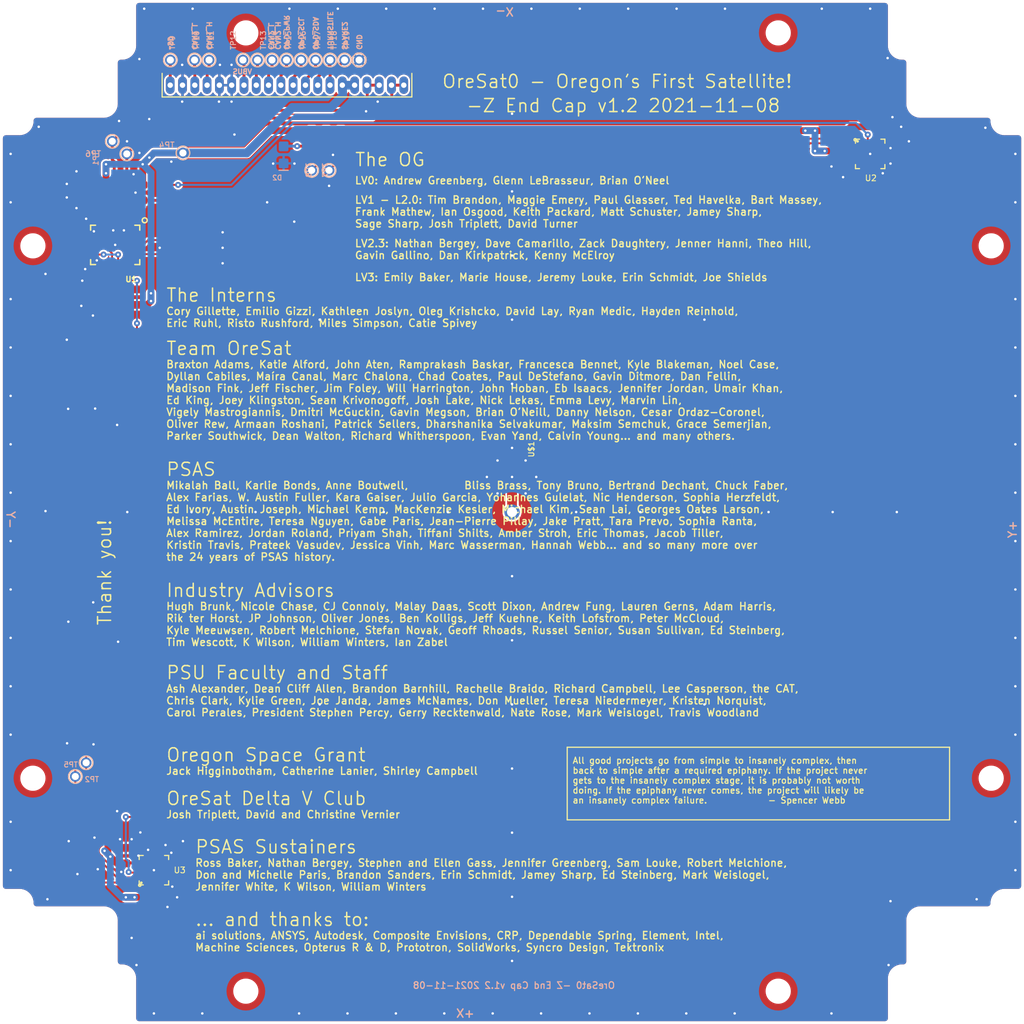
<source format=kicad_pcb>
(kicad_pcb (version 20211014) (generator pcbnew)
  (layers (0 "F.Cu" signal) (31 "B.Cu" signal) (34 "B.Paste" user) (35 "F.Paste" user) (36 "B.SilkS" user "B.Silkscreen") (37 "F.SilkS" user "F.Silkscreen") (38 "B.Mask" user) (39 "F.Mask" user) (44 "Edge.Cuts" user))
  (net 0 "")
  (net 1 "3.3V")
  (net 2 "SDA2")
  (net 3 "SCL2")
  (net 4 "GND")
  (net 5 "N$271")
  (net 6 "N$2")
  (net 7 "N$5")
  (net 8 "SDA1")
  (net 9 "SCL1")
  (net 10 "I2C-SDA")
  (net 11 "I2C-SCL")
  (net 12 "N$3")
  (net 13 "N$4")
  (net 14 "N$1")
  (net 15 "N$6")
  (net 16 "N$7")
  (net 17 "N$8")
  (net 18 "N$10")
  (net 19 "~{SD}")
  (net 20 "CAN1_L")
  (net 21 "CAN1_H")
  (net 22 "VBUS")
  (net 23 "CAN2_L")
  (net 24 "CAN2_H")
  (net 25 "OPD_PWR")
  (net 26 "OPD_SCL")
  (net 27 "OPD_SDA")
  (net 28 "SPARE1-TURNSTYLE-DPLY")
  (net 29 "SPARE2")
  (net 30 "N$9")
  (footprint "oresat0-minusz-end-cap:1X01" (layer "F.Cu") (at 113.2011 58.3036 90)
    (fp_text reference "TP9")
    (fp_text value "TEST-POINT-LARGE-SQUARE" hide)
  )
  (footprint "" (layer "F.Cu") (at 176.0011 154.5036)
    (fp_text reference "@HOLE1" hide)
    (fp_text value "")
  )
  (footprint "oresat0-minusz-end-cap:1X01" (layer "F.Cu") (at 117.2011 58.3036 90)
    (fp_text reference "TP11")
    (fp_text value "TEST-POINT-LARGE-SQUARE" hide)
  )
  (footprint "oresat0-minusz-end-cap:1X01" (layer "F.Cu") (at 126.7011 58.3036 90)
    (fp_text reference "TP16")
    (fp_text value "TEST-POINT-LARGE-SQUARE" hide)
  )
  (footprint "oresat0-minusz-end-cap:.0603-B-NOSILK" (layer "F.Cu") (at 106.5511 72.0036 90)
    (fp_text reference "R8")
    (fp_text value "4.7k")
  )
  (footprint "oresat0-minusz-end-cap:.0603-B-NOSILK" (layer "F.Cu") (at 106.7511 82.8036 -90)
    (fp_text reference "R7")
    (fp_text value "4.7k")
  )
  (footprint "oresat0-minusz-end-cap:1X01" (layer "F.Cu") (at 131.2011 58.3036 90)
    (fp_text reference "TP19")
    (fp_text value "TEST-POINT-LARGE-SQUARE" hide)
  )
  (footprint "oresat0-minusz-end-cap:1X01" (layer "F.Cu") (at 108.7011 68.0036 180)
    (fp_text reference "TP6")
    (fp_text value "TEST-POINT-LARGE-SQUARE" hide)
  )
  (footprint "oresat0-minusz-end-cap:1X01" (layer "F.Cu") (at 104.5011 130.9036)
    (fp_text reference "TP5")
    (fp_text value "TEST-POINT-LARGE-SQUARE" hide)
  )
  (footprint "oresat0-minusz-end-cap:.0603-B-NOSILK" (layer "F.Cu") (at 130.8011 66.4036 90)
    (fp_text reference "R4")
    (fp_text value "4.7k")
  )
  (footprint "oresat0-minusz-end-cap:LGA-16(3X3)" (layer "F.Cu") (at 111.5011 142.0036 180)
    (fp_text reference "U3")
    (fp_text value "MMC5883MA")
  )
  (footprint "oresat0-minusz-end-cap:.0603-B-NOSILK" (layer "F.Cu") (at 105.2511 82.8036 90)
    (fp_text reference "R10")
    (fp_text value "4.7k")
  )
  (footprint "oresat0-minusz-end-cap:1X01" (layer "F.Cu") (at 123.7011 58.3036 90)
    (fp_text reference "TP14")
    (fp_text value "TEST-POINT-LARGE-SQUARE" hide)
  )
  (footprint "oresat0-minusz-end-cap:1X01" (layer "F.Cu") (at 122.2011 58.3036 90)
    (fp_text reference "TP13")
    (fp_text value "TEST-POINT-LARGE-SQUARE" hide)
  )
  (footprint "oresat0-minusz-end-cap:.0603-B-NOSILK" (layer "F.Cu") (at 109.7511 82.8036 -90)
    (fp_text reference "R1")
    (fp_text value "4.7k")
  )
  (footprint "" (layer "F.Cu") (at 198.0011 77.5036)
    (fp_text reference "@HOLE7" hide)
    (fp_text value "")
  )
  (footprint "oresat0-minusz-end-cap:.0603-B-NOSILK" (layer "F.Cu") (at 104.3011 71.1036 180)
    (fp_text reference "C4")
    (fp_text value "10u")
  )
  (footprint "oresat0-minusz-end-cap:.0603-B-NOSILK" (layer "F.Cu") (at 104.3011 72.6036 180)
    (fp_text reference "C3")
    (fp_text value "100n")
  )
  (footprint "oresat0-minusz-end-cap:.0603-B-NOSILK" (layer "F.Cu") (at 110.3511 72.0036 90)
    (fp_text reference "R3")
    (fp_text value "4.7k")
  )
  (footprint "" (layer "F.Cu") (at 99.0011 77.5036)
    (fp_text reference "@HOLE4" hide)
    (fp_text value "")
  )
  (footprint "oresat0-minusz-end-cap:6-104178-1" (layer "F.Cu") (at 125.2511 60.9036)
    (fp_text reference "J1")
    (fp_text value "6-104178-1" hide)
  )
  (footprint "oresat0-minusz-end-cap:1X01" (layer "F.Cu") (at 129.6011 69.7036)
    (fp_text reference "TP7")
    (fp_text value "TEST-POINT-LARGE-SQUARE" hide)
  )
  (footprint "" (layer "F.Cu") (at 198.0011 132.5036)
    (fp_text reference "@HOLE0" hide)
    (fp_text value "")
  )
  (footprint "oresat0-minusz-end-cap:.0603-B-NOSILK" (layer "F.Cu") (at 127.8011 66.4036 90)
    (fp_text reference "R2")
    (fp_text value "2.7k")
  )
  (footprint "oresat0-minusz-end-cap:.0603-B-NOSILK" (layer "F.Cu") (at 182.5011 68.5036 -90)
    (fp_text reference "C1")
    (fp_text value "100n")
  )
  (footprint "oresat0-minusz-end-cap:1X01" (layer "F.Cu") (at 107.2011 66.7036 -90)
    (fp_text reference "TP1")
    (fp_text value "TEST-POINT-LARGE-SQUARE" hide)
  )
  (footprint "oresat0-minusz-end-cap:.0603-B-NOSILK" (layer "F.Cu") (at 110.9011 139.2036 180)
    (fp_text reference "C12")
    (fp_text value "10u")
  )
  (footprint "oresat0-minusz-end-cap:.0603-B-NOSILK" (layer "F.Cu") (at 188.5011 67.5036 90)
    (fp_text reference "C13")
    (fp_text value "10u")
  )
  (footprint "" (layer "F.Cu") (at 99.0011 132.5036)
    (fp_text reference "@HOLE3" hide)
    (fp_text value "")
  )
  (footprint "oresat0-minusz-end-cap:.0603-B-NOSILK" (layer "F.Cu") (at 109.7511 135.7036 90)
    (fp_text reference "R11")
    (fp_text value "NP")
  )
  (footprint "" (layer "F.Cu") (at 121.0011 55.5036)
    (fp_text reference "@HOLE5" hide)
    (fp_text value "")
  )
  (footprint "oresat0-minusz-end-cap:.0603-B-NOSILK" (layer "F.Cu") (at 112.1011 144.7536 180)
    (fp_text reference "C2")
    (fp_text value "100n")
  )
  (footprint "oresat0-minusz-end-cap:U.FL-R-SMT" (layer "F.Cu") (at 148.5011 101.4036 180)
    (fp_text reference "U$1")
    (fp_text value "U.FL-R-SMA")
  )
  (footprint "oresat0-minusz-end-cap:.0603-B-NOSILK" (layer "F.Cu") (at 108.6011 140.5036 90)
    (fp_text reference "C7")
    (fp_text value "100n")
  )
  (footprint "oresat0-minusz-end-cap:.0603-B-NOSILK" (layer "F.Cu") (at 187.0011 65.2036)
    (fp_text reference "C10")
    (fp_text value "100n")
  )
  (footprint "oresat0-minusz-end-cap:1X01" (layer "F.Cu") (at 127.8011 69.7036)
    (fp_text reference "TP8")
    (fp_text value "TEST-POINT-LARGE-SQUARE" hide)
  )
  (footprint "oresat0-minusz-end-cap:16-SSOP" (layer "F.Cu") (at 107.5011 77.4036 180)
    (fp_text reference "U1")
    (fp_text value "LTC4305")
  )
  (footprint "oresat0-minusz-end-cap:.0603-B-NOSILK" (layer "F.Cu") (at 112.7511 72.0036 -90)
    (fp_text reference "R12")
    (fp_text value "NP")
  )
  (footprint "" (layer "F.Cu") (at 121.0011 154.5036)
    (fp_text reference "@HOLE2" hide)
    (fp_text value "")
  )
  (footprint "" (layer "F.Cu") (at 176.0011 55.5036)
    (fp_text reference "@HOLE6" hide)
    (fp_text value "")
  )
  (footprint "oresat0-minusz-end-cap:1X01" (layer "F.Cu") (at 125.2011 58.3036 90)
    (fp_text reference "TP15")
    (fp_text value "TEST-POINT-LARGE-SQUARE" hide)
  )
  (footprint "oresat0-minusz-end-cap:.0603-B-NOSILK" (layer "F.Cu") (at 129.3011 66.4036 90)
    (fp_text reference "R5")
    (fp_text value "4.7k")
  )
  (footprint "oresat0-minusz-end-cap:1X01" (layer "F.Cu") (at 115.7011 58.3036 90)
    (fp_text reference "TP10")
    (fp_text value "TEST-POINT-LARGE-SQUARE" hide)
  )
  (footprint "oresat0-minusz-end-cap:.0603-B-NOSILK" (layer "F.Cu") (at 108.2511 82.8036 -90)
    (fp_text reference "R6")
    (fp_text value "4.7k")
  )
  (footprint "oresat0-minusz-end-cap:1X01" (layer "F.Cu") (at 120.7011 58.3036 90)
    (fp_text reference "TP12")
    (fp_text value "TEST-POINT-LARGE-SQUARE" hide)
  )
  (footprint "oresat0-minusz-end-cap:1X01" (layer "F.Cu") (at 128.2011 58.3036 90)
    (fp_text reference "TP17")
    (fp_text value "TEST-POINT-LARGE-SQUARE" hide)
  )
  (footprint "oresat0-minusz-end-cap:1X01" (layer "F.Cu") (at 129.7011 58.3036 90)
    (fp_text reference "TP18")
    (fp_text value "TEST-POINT-LARGE-SQUARE" hide)
  )
  (footprint "oresat0-minusz-end-cap:1X01" (layer "F.Cu") (at 114.5011 67.9036 -90)
    (fp_text reference "TP4")
    (fp_text value "TEST-POINT-LARGE-SQUARE" hide)
  )
  (footprint "oresat0-minusz-end-cap:.0603-B-NOSILK" (layer "F.Cu") (at 108.8511 72.0036 -90)
    (fp_text reference "R9")
    (fp_text value "4.7k")
  )
  (footprint "oresat0-minusz-end-cap:LGA-16(3X3)" (layer "F.Cu") (at 185.5011 68.0036 90)
    (fp_text reference "U2")
    (fp_text value "MMC5883MA")
  )
  (footprint "oresat0-minusz-end-cap:1X01" (layer "F.Cu") (at 103.3811 132.3236)
    (fp_text reference "TP2")
    (fp_text value "TEST-POINT-LARGE-SQUARE" hide)
  )
  (footprint "oresat0-minusz-end-cap:LED-0603" (layer "B.Cu") (at 124.9011 68.1036 -90)
    (fp_text reference "D2")
    (fp_text value "GREEN")
  )
  (footprint "oresat0-minusz-end-cap:XDCR_ANT-2.4-CPA" (layer "B.Cu") (at 148.5011 106.6036 180)
    (fp_text reference "E1" hide)
    (fp_text value "ANT-2.4-CPA")
  )
  (footprint "oresat0-minusz-end-cap:1X01" (layer "B.Cu") (at 132.7011 58.3036 -90)
    (fp_text reference "TP3" hide)
    (fp_text value "TEST-POINT-LARGE-SQUARE" hide)
  )
  (gr_line (start 154.2011 129.3036) (end 154.2011 136.8036) (layer "F.SilkS") (width 0.127))
  (gr_line (start 193.7011 129.3036) (end 154.2011 129.3036) (layer "F.SilkS") (width 0.127))
  (gr_line (start 193.7011 136.8036) (end 193.7011 129.3036) (layer "F.SilkS") (width 0.127))
  (gr_line (start 154.2011 136.8036) (end 193.7011 136.8036) (layer "F.SilkS") (width 0.127))
  (gr_line (start 109.973068 157.8036) (end 187.029131 157.8036) (layer "Edge.Cuts") (width 0.001))
  (gr_line (start 187.029131 52.2036) (end 109.973068 52.2036) (layer "Edge.Cuts") (width 0.001))
  (gr_arc (start 108.073068 151.931632) (mid 107.719515 151.785185) (end 107.573068 151.431632) (layer "Edge.Cuts") (width 0.001))
  (gr_line (start 109.473068 56.805569) (end 109.473068 52.7036) (layer "Edge.Cuts") (width 0.001))
  (gr_arc (start 198.129131 145.401632) (mid 198.501105 144.503606) (end 199.399131 144.131632) (layer "Edge.Cuts") (width 0.001))
  (gr_line (start 96.2011 144.131632) (end 97.603068 144.131632) (layer "Edge.Cuts") (width 0.001))
  (gr_arc (start 107.573068 62.805569) (mid 107.201094 63.703595) (end 106.303068 64.075569) (layer "Edge.Cuts") (width 0.001))
  (gr_arc (start 198.129131 145.431632) (mid 197.982684 145.785185) (end 197.629131 145.931632) (layer "Edge.Cuts") (width 0.001))
  (gr_arc (start 190.699131 64.075569) (mid 189.801105 63.703595) (end 189.429131 62.805569) (layer "Edge.Cuts") (width 0.001))
  (gr_line (start 96.2011 65.875569) (end 97.603068 65.875569) (layer "Edge.Cuts") (width 0.001))
  (gr_line (start 189.429131 58.575569) (end 189.429131 62.805569) (layer "Edge.Cuts") (width 0.001))
  (gr_line (start 198.129131 64.605569) (end 198.129131 64.575569) (layer "Edge.Cuts") (width 0.001))
  (gr_arc (start 197.629131 64.075569) (mid 197.982684 64.222016) (end 198.129131 64.575569) (layer "Edge.Cuts") (width 0.001))
  (gr_arc (start 98.873068 64.575569) (mid 99.019515 64.222016) (end 99.373068 64.075569) (layer "Edge.Cuts") (width 0.001))
  (gr_arc (start 109.973068 157.8036) (mid 109.619515 157.657153) (end 109.473068 157.3036) (layer "Edge.Cuts") (width 0.001))
  (gr_line (start 201.3011 143.631632) (end 201.3011 66.375569) (layer "Edge.Cuts") (width 0.001))
  (gr_line (start 106.303068 145.931632) (end 99.373068 145.931632) (layer "Edge.Cuts") (width 0.001))
  (gr_arc (start 106.303068 145.931632) (mid 107.201094 146.303606) (end 107.573068 147.201632) (layer "Edge.Cuts") (width 0.001))
  (gr_arc (start 188.799131 58.075569) (mid 187.901105 57.703595) (end 187.529131 56.805569) (layer "Edge.Cuts") (width 0.001))
  (gr_arc (start 97.603068 144.131632) (mid 98.501094 144.503606) (end 98.873068 145.401632) (layer "Edge.Cuts") (width 0.001))
  (gr_arc (start 107.573068 58.575569) (mid 107.719515 58.222016) (end 108.073068 58.075569) (layer "Edge.Cuts") (width 0.001))
  (gr_line (start 108.203068 151.931632) (end 108.073068 151.931632) (layer "Edge.Cuts") (width 0.001))
  (gr_line (start 107.573068 151.431632) (end 107.573068 147.201632) (layer "Edge.Cuts") (width 0.001))
  (gr_line (start 187.529131 153.201632) (end 187.529131 157.3036) (layer "Edge.Cuts") (width 0.001))
  (gr_arc (start 187.529131 157.3036) (mid 187.382684 157.657153) (end 187.029131 157.8036) (layer "Edge.Cuts") (width 0.001))
  (gr_arc (start 199.399131 65.875569) (mid 198.501105 65.503595) (end 198.129131 64.605569) (layer "Edge.Cuts") (width 0.001))
  (gr_line (start 188.799131 58.075569) (end 188.929131 58.075569) (layer "Edge.Cuts") (width 0.001))
  (gr_arc (start 98.873068 64.605569) (mid 98.501094 65.503595) (end 97.603068 65.875569) (layer "Edge.Cuts") (width 0.001))
  (gr_arc (start 189.429131 151.431632) (mid 189.282684 151.785185) (end 188.929131 151.931632) (layer "Edge.Cuts") (width 0.001))
  (gr_line (start 190.699131 64.075569) (end 197.629131 64.075569) (layer "Edge.Cuts") (width 0.001))
  (gr_line (start 98.873068 145.401632) (end 98.873068 145.431632) (layer "Edge.Cuts") (width 0.001))
  (gr_line (start 200.8011 144.131632) (end 199.399131 144.131632) (layer "Edge.Cuts") (width 0.001))
  (gr_line (start 106.303068 64.075569) (end 99.373068 64.075569) (layer "Edge.Cuts") (width 0.001))
  (gr_line (start 190.699131 145.931632) (end 197.629131 145.931632) (layer "Edge.Cuts") (width 0.001))
  (gr_arc (start 200.8011 65.875569) (mid 201.154653 66.022016) (end 201.3011 66.375569) (layer "Edge.Cuts") (width 0.001))
  (gr_line (start 98.873068 64.605569) (end 98.873068 64.575569) (layer "Edge.Cuts") (width 0.001))
  (gr_arc (start 99.373068 145.931632) (mid 99.019515 145.785185) (end 98.873068 145.431632) (layer "Edge.Cuts") (width 0.001))
  (gr_arc (start 187.529131 153.201632) (mid 187.901105 152.303606) (end 188.799131 151.931632) (layer "Edge.Cuts") (width 0.001))
  (gr_arc (start 187.029131 52.2036) (mid 187.382684 52.350047) (end 187.529131 52.7036) (layer "Edge.Cuts") (width 0.001))
  (gr_arc (start 188.929131 58.075569) (mid 189.282684 58.222016) (end 189.429131 58.575569) (layer "Edge.Cuts") (width 0.001))
  (gr_arc (start 108.203068 151.931632) (mid 109.101094 152.303606) (end 109.473068 153.201632) (layer "Edge.Cuts") (width 0.001))
  (gr_line (start 200.8011 65.875569) (end 199.399131 65.875569) (layer "Edge.Cuts") (width 0.001))
  (gr_arc (start 96.2011 144.131632) (mid 95.847547 143.985185) (end 95.7011 143.631632) (layer "Edge.Cuts") (width 0.001))
  (gr_line (start 187.529131 56.805569) (end 187.529131 52.7036) (layer "Edge.Cuts") (width 0.001))
  (gr_line (start 109.473068 153.201632) (end 109.473068 157.3036) (layer "Edge.Cuts") (width 0.001))
  (gr_line (start 108.203068 58.075569) (end 108.073068 58.075569) (layer "Edge.Cuts") (width 0.001))
  (gr_arc (start 95.7011 66.375569) (mid 95.847547 66.022016) (end 96.2011 65.875569) (layer "Edge.Cuts") (width 0.001))
  (gr_line (start 198.129131 145.401632) (end 198.129131 145.431632) (layer "Edge.Cuts") (width 0.001))
  (gr_arc (start 109.473068 56.805569) (mid 109.101094 57.703595) (end 108.203068 58.075569) (layer "Edge.Cuts") (width 0.001))
  (gr_arc (start 109.473068 52.7036) (mid 109.619515 52.350047) (end 109.973068 52.2036) (layer "Edge.Cuts") (width 0.001))
  (gr_arc (start 201.3011 143.631632) (mid 201.154653 143.985185) (end 200.8011 144.131632) (layer "Edge.Cuts") (width 0.001))
  (gr_line (start 95.7011 66.375569) (end 95.7011 143.631632) (layer "Edge.Cuts") (width 0.001))
  (gr_line (start 107.573068 58.575569) (end 107.573068 62.805569) (layer "Edge.Cuts") (width 0.001))
  (gr_line (start 189.429131 151.431632) (end 189.429131 147.201632) (layer "Edge.Cuts") (width 0.001))
  (gr_line (start 188.799131 151.931632) (end 188.929131 151.931632) (layer "Edge.Cuts") (width 0.001))
  (gr_arc (start 189.429131 147.201632) (mid 189.801105 146.303606) (end 190.699131 145.931632) (layer "Edge.Cuts") (width 0.001))
  (gr_text "-Y" (at 96.2011 106.8036 -90) (layer "B.SilkS") (effects (font (size 0.85 0.85)) (justify left bottom mirror)))
  (gr_text "CAN2_H" (at 124.3011 57.3036 -90) (layer "B.SilkS") (effects (font (size 0.508 0.508) (thickness 0.127)) (justify left mirror)))
  (gr_text "CAN1_H" (at 117.2011 57.3036 -90) (layer "B.SilkS") (effects (font (size 0.508 0.508) (thickness 0.127)) (justify left mirror)))
  (gr_text "-X" (at 146.7011 52.8036 -180) (layer "B.SilkS") (effects (font (size 0.85 0.85)) (justify left bottom mirror)))
  (gr_text "VBUS" (at 121.7011 59.5036) (layer "B.SilkS") (effects (font (size 0.508 0.508) (thickness 0.127)) (justify left mirror)))
  (gr_text "OPD_SDA" (at 128.2011 57.3036 -90) (layer "B.SilkS") (effects (font (size 0.508 0.508) (thickness 0.127)) (justify left mirror)))
  (gr_text "CAN1_L" (at 115.7011 57.3036 -90) (layer "B.SilkS") (effects (font (size 0.508 0.508) (thickness 0.127)) (justify left mirror)))
  (gr_text "OPD_PWR" (at 125.2011 57.3036 -90) (layer "B.SilkS") (effects (font (size 0.508 0.508) (thickness 0.127)) (justify left mirror)))
  (gr_text "SPARE2" (at 131.2011 57.3036 -90) (layer "B.SilkS") (effects (font (size 0.508 0.508) (thickness 0.127)) (justify left mirror)))
  (gr_text "~SD" (at 113.2011 57.3036 -90) (layer "B.SilkS") (effects (font (size 0.508 0.508) (thickness 0.127)) (justify left mirror)))
  (gr_text "+Y" (at 200.7011 105.8036 -270) (layer "B.SilkS") (effects (font (size 0.85 0.85)) (justify left bottom mirror)))
  (gr_text "CAN2_L" (at 123.6011 57.3036 -90) (layer "B.SilkS") (effects (font (size 0.508 0.508) (thickness 0.127)) (justify left mirror)))
  (gr_text "+X" (at 144.7011 157.3036) (layer "B.SilkS") (effects (font (size 0.85 0.85)) (justify left bottom mirror)))
  (gr_text "GND" (at 132.7011 57.3036 -90) (layer "B.SilkS") (effects (font (size 0.508 0.508) (thickness 0.127)) (justify left mirror)))
  (gr_text "OreSat0 -Z End Cap v1.2 2021-11-08" (at 159.2011 154.3036) (layer "B.SilkS") (effects (font (size 0.68 0.68) (thickness 0.12)) (justify left bottom mirror)))
  (gr_text "TURNSTILE" (at 129.7011 57.3036 -90) (layer "B.SilkS") (effects (font (size 0.508 0.508) (thickness 0.127)) (justify left mirror)))
  (gr_text "OPD_SCL" (at 126.7011 57.3036 -90) (layer "B.SilkS") (effects (font (size 0.508 0.508) (thickness 0.127)) (justify left mirror)))
  (gr_text "-Z End Cap v1.2 2021-11-08" (at 143.7011 63.8036) (layer "F.SilkS") (effects (font (size 1.35 1.35)) (justify left bottom)))
  (gr_text "Braxton Adams, Katie Alford, John Aten, Ramprakash Baskar, Francesca Bennet, Kyle Blakeman, Noel Case,\nDyllan Cabiles, Maíra Canal, Marc Chalona, Chad Coates, Paul DeStefano, Gavin Ditmore, Dan Fellin,\nMadison Fink, Jeff Fischer, Jim Foley, Will Harrington, John Hoban, Eb Isaacs, Jennifer Jordan, Umair Khan, \nEd King, Joey Klingston, Sean Krivonogoff, Josh Lake, Nick Lekas, Emma Levy, Marvin Lin, \nVigely Mastrogiannis, Dmitri McGuckin, Gavin Megson, Brian O'Neill, Danny Nelson, Cesar Ordaz-Coronel,\nOliver Rew, Armaan Roshani, Patrick Sellers, Dharshanika Selvakumar, Maksim Semchuk, Grace Semerjian,\nParker Southwick, Dean Walton, Richard Whitherspoon, Evan Yand, Calvin Young... and many others." (at 112.7011 89.3036) (layer "F.SilkS") (effects (font (size 0.765 0.765) (thickness 0.135)) (justify left top)))
  (gr_text "The OG" (at 132.2011 67.8036) (layer "F.SilkS") (effects (font (size 1.35 1.35)) (justify left top)))
  (gr_text "LV1 - L2.0: Tim Brandon, Maggie Emery, Paul Glasser, Ted Havelka, Bart Massey,\nFrank Mathew, Ian Osgood, Keith Packard, Matt Schuster, Jamey Sharp, \nSage Sharp, Josh Triplett, David Turner" (at 132.2011 72.3036) (layer "F.SilkS") (effects (font (size 0.765 0.765) (thickness 0.135)) (justify left top)))
  (gr_text "All good projects go from simple to insanely complex, then \nback to simple after a required epiphany. If the project never\ngets to the insanely complex stage, it is probably not worth \ndoing. If the epiphany never comes, the project will likely be \nan insanely complex failure.             - Spencer Webb" (at 154.7011 130.3036) (layer "F.SilkS") (effects (font (size 0.6375 0.6375) (thickness 0.1125)) (justify left top)))
  (gr_text "Mikalah Ball, Karlie Bonds, Anne Boutwell,          Bliss Brass, Tony Bruno, Bertrand Dechant, Chuck Faber, \nAlex Farias, W. Austin Fuller, Kara Gaiser, Julio Garcia, Yohannes Gulelat, Nic Henderson, Sophia Herzfeldt,\nEd Ivory, Austin Joseph, Michael Kemp, MacKenzie Kesler, Michael Kim, Sean Lai, Georges Oates Larson,\nMelissa McEntire, Teresa Nguyen, Gabe Paris, Jean-Pierre Pillay, Jake Pratt, Tara Prevo, Sophia Ranta, \nAlex Ramirez, Jordan Roland, Priyam Shah, Tiffani Shilts, Amber Stroh, Eric Thomas, Jacob Tiller, \nKristin Travis, Prateek Vasudev, Jessica Vinh, Marc Wasserman, Hannah Webb... and so many more over\nthe 24 years of PSAS history." (at 112.7011 101.8036) (layer "F.SilkS") (effects (font (size 0.765 0.765) (thickness 0.135)) (justify left top)))
  (gr_text "... and thanks to:" (at 115.7011 146.3036) (layer "F.SilkS") (effects (font (size 1.35 1.35)) (justify left top)))
  (gr_text "LV0: Andrew Greenberg, Glenn LeBrasseur, Brian O'Neel" (at 132.2011 70.3036) (layer "F.SilkS") (effects (font (size 0.765 0.765) (thickness 0.135)) (justify left top)))
  (gr_text "Josh Triplett, David and Christine Vernier" (at 112.7011 135.8036) (layer "F.SilkS") (effects (font (size 0.765 0.765) (thickness 0.135)) (justify left top)))
  (gr_text "Jack Higginbotham, Catherine Lanier, Shirley Campbell" (at 112.7011 131.3036) (layer "F.SilkS") (effects (font (size 0.765 0.765) (thickness 0.135)) (justify left top)))
  (gr_text "Thank you!" (at 107.2011 116.8036 90) (layer "F.SilkS") (effects (font (size 1.35 1.35)) (justify left bottom)))
  (gr_text "Cory Gillette, Emilio Gizzi, Kathleen Joslyn, Oleg Krishcko, David Lay, Ryan Medic, Hayden Reinhold, \nEric Ruhl, Risto Rushford, Miles Simpson, Catie Spivey" (at 112.7011 83.8036) (layer "F.SilkS") (effects (font (size 0.765 0.765) (thickness 0.135)) (justify left top)))
  (gr_text "PSAS" (at 112.7011 99.8036) (layer "F.SilkS") (effects (font (size 1.35 1.35)) (justify left top)))
  (gr_text "Ross Baker, Nathan Bergey, Stephen and Ellen Gass, Jennifer Greenberg, Sam Louke, Robert Melchione, \nDon and Michelle Paris, Brandon Sanders, Erin Schmidt, Jamey Sharp, Ed Steinberg, Mark Weislogel, \nJennifer White, K Wilson, William Winters" (at 115.7011 140.8036) (layer "F.SilkS") (effects (font (size 0.765 0.765) (thickness 0.135)) (justify left top)))
  (gr_text "Oregon Space Grant" (at 112.7011 129.3036) (layer "F.SilkS") (effects (font (size 1.35 1.35)) (justify left top)))
  (gr_text "OreSat0 - Oregon's First Satellite!" (at 141.2011 61.3036) (layer "F.SilkS") (effects (font (size 1.35 1.35)) (justify left bottom)))
  (gr_text "Industry Advisors" (at 112.7011 112.3036) (layer "F.SilkS") (effects (font (size 1.35 1.35)) (justify left top)))
  (gr_text "The Interns" (at 112.7011 81.8036) (layer "F.SilkS") (effects (font (size 1.35 1.35)) (justify left top)))
  (gr_text "Team OreSat" (at 112.7011 87.3036) (layer "F.SilkS") (effects (font (size 1.35 1.35)) (justify left top)))
  (gr_text "ai solutions, ANSYS, Autodesk, Composite Envisions, CRP, Dependable Spring, Element, Intel, \nMachine Sciences, Opterus R & D, Prototron, SolidWorks, Syncro Design, Tektronix" (at 115.7011 148.3036) (layer "F.SilkS") (effects (font (size 0.765 0.765) (thickness 0.135)) (justify left top)))
  (gr_text "LV2.3: Nathan Bergey, Dave Camarillo, Zack Daughtery, Jenner Hanni, Theo Hill,\nGavin Gallino, Dan Kirkpatrick, Kenny McElroy" (at 132.2011 76.8036) (layer "F.SilkS") (effects (font (size 0.765 0.765) (thickness 0.135)) (justify left top)))
  (gr_text "OreSat Delta V Club" (at 112.7011 133.8036) (layer "F.SilkS") (effects (font (size 1.35 1.35)) (justify left top)))
  (gr_text "Hugh Brunk, Nicole Chase, CJ Connoly, Malay Daas, Scott Dixon, Andrew Fung, Lauren Gerns, Adam Harris,\nRik ter Horst, JP Johnson, Oliver Jones, Ben Kolligs, Jeff Kuehne, Keith Lofstrom, Peter McCloud, \nKyle Meeuwsen, Robert Melchione, Stefan Novak, Geoff Rhoads, Russel Senior, Susan Sullivan, Ed Steinberg,\nTim Wescott, K Wilson, William Winters, Ian Zabel" (at 112.7011 114.3036) (layer "F.SilkS") (effects (font (size 0.765 0.765) (thickness 0.135)) (justify left top)))
  (gr_text "PSU Faculty and Staff" (at 112.7011 120.8036) (layer "F.SilkS") (effects (font (size 1.35 1.35)) (justify left top)))
  (gr_text "LV3: Emily Baker, Marie House, Jeremy Louke, Erin Schmidt, Joe Shields" (at 132.2011 80.3036) (layer "F.SilkS") (effects (font (size 0.765 0.765) (thickness 0.135)) (justify left top)))
  (gr_text "PSAS Sustainers" (at 115.7011 138.8036) (layer "F.SilkS") (effects (font (size 1.35 1.35)) (justify left top)))
  (gr_text "Ash Alexander, Dean Cliff Allen, Brandon Barnhill, Rachelle Braido, Richard Campbell, Lee Casperson, the CAT,\nChris Clark, Kylie Green, Joe Janda, James McNames, Don Mueller, Teresa Niedermeyer, Kristen Norquist, \nCarol Perales, President Stephen Percy, Gerry Recktenwald, Nate Rose, Mark Weislogel, Travis Woodland" (at 112.7011 122.8036) (layer "F.SilkS") (effects (font (size 0.765 0.765) (thickness 0.135)) (justify left top)))
  (segment (start 111.2511 144.8036) (end 111.3011 144.7536) (width 0.7) (layer "F.Cu") (net 1))
  (segment (start 108.6011 144.8036) (end 111.2511 144.8036) (width 0.7) (layer "F.Cu") (net 1))
  (segment (start 106.7511 83.6036) (end 108.2511 83.6036) (width 0.7) (layer "F.Cu") (net 1))
  (segment (start 110.3411 69.0736) (end 110.3511 69.0836) (width 0.7) (layer "F.Cu") (net 1))
  (segment (start 183.5011 65.2036) (end 183.1011 65.6036) (width 0.7) (layer "F.Cu") (net 1))
  (segment (start 182.5011 67.7036) (end 179.8011 67.7036) (width 0.7) (layer "F.Cu") (net 1))
  (segment (start 123.4011 65.6036) (end 127.8011 65.6036) (width 0.7) (layer "F.Cu") (net 1))
  (segment (start 186.2511 65.2536) (end 186.2011 65.2036) (width 0.3) (layer "F.Cu") (net 1))
  (segment (start 107.0011 140.6036) (end 106.7511 140.3536) (width 0.7) (layer "F.Cu") (net 1))
  (segment (start 178.8011 65.6036) (end 130.8011 65.6036) (width 0.7) (layer "F.Cu") (net 1))
  (segment (start 183.1011 65.6036) (end 178.8011 65.6036) (width 0.7) (layer "F.Cu") (net 1))
  (segment (start 111.5111 67.9036) (end 114.5011 67.9036) (width 0.7) (layer "F.Cu") (net 1))
  (segment (start 111.2511 143.2786) (end 111.2511 144.7036) (width 0.3) (layer "F.Cu") (net 1))
  (segment (start 108.6011 141.3036) (end 107.7011 141.3036) (width 0.7) (layer "F.Cu") (net 1))
  (segment (start 129.3011 65.6036) (end 127.8011 65.6036) (width 0.7) (layer "F.Cu") (net 1))
  (segment (start 105.9136 74.0161) (end 105.1011 73.2036) (width 0.3) (layer "F.Cu") (net 1))
  (segment (start 111.2511 144.7036) (end 111.3011 144.7536) (width 0.3) (layer "F.Cu") (net 1))
  (segment (start 130.8011 65.6036) (end 129.3011 65.6036) (width 0.7) (layer "F.Cu") (net 1))
  (segment (start 123.4011 65.6036) (end 121.1011 67.9036) (width 0.7) (layer "F.Cu") (net 1))
  (segment (start 106.4511 71.1036) (end 105.1011 71.1036) (width 0.3) (layer "F.Cu") (net 1))
  (segment (start 105.1011 72.6036) (end 105.1011 71.1036) (width 0.5) (layer "F.Cu") (net 1))
  (segment (start 106.7511 140.3536) (end 106.7511 83.6036) (width 0.7) (layer "F.Cu") (net 1))
  (segment (start 105.1011 73.2036) (end 105.1011 72.6036) (width 0.3) (layer "F.Cu") (net 1))
  (segment (start 110.3411 69.0736) (end 111.5111 67.9036) (width 0.7) (layer "F.Cu") (net 1))
  (segment (start 114.5011 67.9036) (end 121.1011 67.9036) (width 0.7) (layer "F.Cu") (net 1))
  (segment (start 106.5511 71.2036) (end 106.5511 69.0736) (width 0.7) (layer "F.Cu") (net 1))
  (segment (start 110.2261 141.2536) (end 108.6511 141.2536) (width 0.3) (layer "F.Cu") (net 1))
  (segment (start 105.9136 74.7493) (end 105.9136 74.0161) (width 0.3) (layer "F.Cu") (net 1))
  (segment (start 107.7011 141.3036) (end 107.0011 140.6036) (width 0.7) (layer "F.Cu") (net 1))
  (segment (start 109.7511 83.6036) (end 110.8011 83.6036) (width 0.7) (layer "F.Cu") (net 1))
  (segment (start 186.2511 66.7286) (end 186.2511 65.2536) (width 0.3) (layer "F.Cu") (net 1))
  (segment (start 106.5511 71.2036) (end 106.4511 71.1036) (width 0.3) (layer "F.Cu") (net 1))
  (segment (start 186.2011 65.2036) (end 183.5011 65.2036) (width 0.7) (layer "F.Cu") (net 1))
  (segment (start 105.9136 74.7493) (end 105.2786 74.7493) (width 0.3) (layer "F.Cu") (net 1))
  (segment (start 108.6511 141.2536) (end 108.6011 141.3036) (width 0.3) (layer "F.Cu") (net 1))
  (segment (start 111.2011 83.2036) (end 111.2011 82.4036) (width 0.7) (layer "F.Cu") (net 1))
  (segment (start 182.5511 67.7536) (end 182.5011 67.7036) (width 0.3) (layer "F.Cu") (net 1))
  (segment (start 184.2261 67.7536) (end 182.5511 67.7536) (width 0.3) (layer "F.Cu") (net 1))
  (segment (start 108.2511 83.6036) (end 109.7511 83.6036) (width 0.7) (layer "F.Cu") (net 1))
  (segment (start 110.8011 83.6036) (end 111.2011 83.2036) (width 0.7) (layer "F.Cu") (net 1))
  (segment (start 110.3511 69.0836) (end 110.3511 71.2036) (width 0.7) (layer "F.Cu") (net 1))
  (via (at 180.8011 67.7036) (size 0.6096) (drill 0.254) (layers "F.Cu" "B.Cu") (net 1))
  (via (at 106.5511 70.0036) (size 0.6096) (drill 0.254) (layers "F.Cu" "B.Cu") (net 1))
  (via (at 179.8011 65.6036) (size 0.6096) (drill 0.254) (layers "F.Cu" "B.Cu") (net 1))
  (via (at 179.8011 67.7036) (size 0.6096) (drill 0.254) (layers "F.Cu" "B.Cu") (net 1))
  (via (at 178.8011 65.6036) (size 0.6096) (drill 0.254) (layers "F.Cu" "B.Cu") (net 1))
  (via (at 111.2011 82.4036) (size 0.6096) (drill 0.254) (layers "F.Cu" "B.Cu") (net 1))
  (via (at 106.4011 140.0036) (size 0.6096) (drill 0.254) (layers "F.Cu" "B.Cu") (net 1))
  (via (at 107.0011 140.6036) (size 0.6096) (drill 0.254) (layers "F.Cu" "B.Cu") (net 1))
  (via (at 108.6011 144.8036) (size 0.6096) (drill 0.254) (layers "F.Cu" "B.Cu") (net 1))
  (via (at 111.2011 83.2036) (size 0.6096) (drill 0.254) (layers "F.Cu" "B.Cu") (net 1))
  (via (at 109.5011 144.8036) (size 0.6096) (drill 0.254) (layers "F.Cu" "B.Cu") (net 1))
  (via (at 106.5511 69.0736) (size 0.6096) (drill 0.254) (layers "F.Cu" "B.Cu") (net 1))
  (via (at 110.3411 69.0736) (size 0.6096) (drill 0.254) (layers "F.Cu" "B.Cu") (net 1))
  (via (at 111.0311 68.3836) (size 0.6096) (drill 0.254) (layers "F.Cu" "B.Cu") (net 1))
  (segment (start 179.8011 65.6036) (end 178.8011 65.6036) (width 0.7) (layer "B.Cu") (net 1))
  (segment (start 129.8011 63.2036) (end 131.0161 61.9886) (width 0.9) (layer "B.Cu") (net 1))
  (segment (start 130.9661 60.9036) (end 132.2361 60.9036) (width 0.9) (layer "B.Cu") (net 1))
  (segment (start 106.5511 69.0736) (end 110.3411 69.0736) (width 0.7) (layer "B.Cu") (net 1))
  (segment (start 114.5011 67.9036) (end 121.1011 67.9036) (width 0.9) (layer "B.Cu") (net 1))
  (segment (start 111.0311 68.3836) (end 111.5111 67.9036) (width 0.7) (layer "B.Cu") (net 1))
  (segment (start 121.1011 67.9036) (end 125.8011 63.2036) (width 0.9) (layer "B.Cu") (net 1))
  (segment (start 179.8011 67.7036) (end 179.8011 65.6036) (width 0.7) (layer "B.Cu") (net 1))
  (segment (start 108.6011 144.8036) (end 109.5011 144.8036) (width 0.7) (layer "B.Cu") (net 1))
  (segment (start 110.3411 69.0736) (end 111.0311 68.3836) (width 0.7) (layer "B.Cu") (net 1))
  (segment (start 111.5111 67.9036) (end 114.5011 67.9036) (width 0.7) (layer "B.Cu") (net 1))
  (segment (start 180.8011 67.7036) (end 179.8011 67.7036) (width 0.7) (layer "B.Cu") (net 1))
  (segment (start 111.2011 69.9336) (end 110.3411 69.0736) (width 0.7) (layer "B.Cu") (net 1))
  (segment (start 125.8011 63.2036) (end 129.8011 63.2036) (width 0.9) (layer "B.Cu") (net 1))
  (segment (start 107.0011 143.6036) (end 108.2011 144.8036) (width 0.7) (layer "B.Cu") (net 1))
  (segment (start 106.5511 69.0736) (end 106.5511 70.0036) (width 0.7) (layer "B.Cu") (net 1))
  (segment (start 111.2011 83.2036) (end 111.2011 69.9336) (width 0.7) (layer "B.Cu") (net 1))
  (segment (start 106.4011 140.0036) (end 107.0011 140.6036) (width 0.7) (layer "B.Cu") (net 1))
  (segment (start 107.0011 140.6036) (end 107.0011 143.6036) (width 0.7) (layer "B.Cu") (net 1))
  (segment (start 108.2011 144.8036) (end 108.6011 144.8036) (width 0.7) (layer "B.Cu") (net 1))
  (segment (start 131.0161 61.9886) (end 130.9661 60.9036) (width 0.9) (layer "B.Cu") (net 1))
  (segment (start 127.8011 69.7036) (end 120.6011 76.9036) (width 0.2) (layer "F.Cu") (net 2))
  (segment (start 129.3011 67.2036) (end 129.3011 68.2036) (width 0.2) (layer "F.Cu") (net 2))
  (segment (start 184.7511 66.7286) (end 183.5511 66.7286) (width 0.2) (layer "F.Cu") (net 2))
  (segment (start 183.2511 66.4286) (end 129.5011 66.4286) (width 0.2) (layer "F.Cu") (net 2))
  (segment (start 109.0886 78.7161) (end 109.0886 80.0579) (width 0.2) (layer "F.Cu") (net 2))
  (segment (start 183.5511 66.7286) (end 183.2511 66.4286) (width 0.2) (layer "F.Cu") (net 2))
  (segment (start 120.6011 76.9036) (end 110.9011 76.9036) (width 0.2) (layer "F.Cu") (net 2))
  (segment (start 129.3011 68.2036) (end 127.8011 69.7036) (width 0.2) (layer "F.Cu") (net 2))
  (segment (start 129.3011 67.2036) (end 129.3011 66.6286) (width 0.2) (layer "F.Cu") (net 2))
  (segment (start 109.0886 78.7161) (end 110.9011 76.9036) (width 0.2) (layer "F.Cu") (net 2))
  (segment (start 129.3011 66.6286) (end 129.5011 66.4286) (width 0.2) (layer "F.Cu") (net 2))
  (segment (start 110.3236 78.3579) (end 113.3054 78.3579) (width 0.2) (layer "F.Cu") (net 3))
  (segment (start 129.8011 69.5036) (end 129.6011 69.7036) (width 0.2) (layer "F.Cu") (net 3))
  (segment (start 179.0011 67.2036) (end 179.3011 66.9036) (width 0.2) (layer "F.Cu") (net 3))
  (segment (start 130.8011 67.2036) (end 130.8011 68.5036) (width 0.2) (layer "F.Cu") (net 3))
  (segment (start 130.8011 67.2036) (end 179.0011 67.2036) (width 0.2) (layer "F.Cu") (net 3))
  (segment (start 109.7236 78.9579) (end 110.3236 78.3579) (width 0.2) (layer "F.Cu") (net 3))
  (segment (start 179.3011 66.9036) (end 183.1011 66.9036) (width 0.2) (layer "F.Cu") (net 3))
  (segment (start 183.4511 67.2536) (end 184.2261 67.2536) (width 0.2) (layer "F.Cu") (net 3))
  (segment (start 183.1011 66.9036) (end 183.4511 67.2536) (width 0.2) (layer "F.Cu") (net 3))
  (segment (start 129.6011 69.7036) (end 120.9468 78.3579) (width 0.2) (layer "F.Cu") (net 3))
  (segment (start 130.8011 68.5036) (end 129.8011 69.5036) (width 0.2) (layer "F.Cu") (net 3))
  (segment (start 119.3054 78.3579) (end 113.3054 78.3579) (width 0.2) (layer "F.Cu") (net 3))
  (segment (start 109.7236 80.0579) (end 109.7236 78.9579) (width 0.2) (layer "F.Cu") (net 3))
  (segment (start 120.9468 78.3579) (end 119.3054 78.3579) (width 0.2) (layer "F.Cu") (net 3))
  (via (at 145.5011 53.0036) (size 0.6096) (drill 0.254) (layers "F.Cu" "B.Cu") (net 4))
  (via (at 105.3611 138.6386) (size 0.6096) (drill 0.254) (layers "F.Cu" "B.Cu") (net 4))
  (via (at 109.4011 70.1036) (size 0.6096) (drill 0.254) (layers "F.Cu" "B.Cu") (net 4))
  (via (at 118.6011 77.7036) (size 0.6096) (drill 0.254) (layers "F.Cu" "B.Cu") (net 4))
  (via (at 148.5011 138.1286) (size 0.6096) (drill 0.254) (layers "F.Cu" "B.Cu") (net 4))
  (via (at 105.7011 141.9036) (size 0.6096) (drill 0.254) (layers "F.Cu" "B.Cu") (net 4))
  (via (at 187.4011 151.8036) (size 0.6096) (drill 0.254) (layers "F.Cu" "B.Cu") (net 4))
  (via (at 118.6011 79.3036) (size 0.6096) (drill 0.254) (layers "F.Cu" "B.Cu") (net 4))
  (via (at 200.5011 137.0036) (size 0.6096) (drill 0.254) (layers "F.Cu" "B.Cu") (net 4))
  (via (at 186.8011 70.0036) (size 0.6096) (drill 0.254) (layers "F.Cu" "B.Cu") (net 4))
  (via (at 110.0011 58.2036) (size 0.6096) (drill 0.254) (layers "F.Cu" "B.Cu") (net 4))
  (via (at 141.5011 156.8036) (size 0.6096) (drill 0.254) (layers "F.Cu" "B.Cu") (net 4))
  (via (at 187.6011 67.4036) (size 0.6096) (drill 0.254) (layers "F.Cu" "B.Cu") (net 4))
  (via (at 108.1311 142.1836) (size 0.6096) (drill 0.254) (layers "F.Cu" "B.Cu") (net 4))
  (via (at 102.5011 72.5036) (size 0.6096) (drill 0.254) (layers "F.Cu" "B.Cu") (net 4))
  (via (at 112.7011 139.4036) (size 0.6096) (drill 0.254) (layers "F.Cu" "B.Cu") (net 4))
  (via (at 181.5011 69.3036) (size 0.6096) (drill 0.254) (layers "F.Cu" "B.Cu") (net 4))
  (via (at 105.2011 84.7036) (size 0.6096) (drill 0.254) (layers "F.Cu" "B.Cu") (net 4))
  (via (at 107.7011 96.0036) (size 0.6096) (drill 0.254) (layers "F.Cu" "B.Cu") (net 4))
  (via (at 110.1011 138.1036) (size 0.6096) (drill 0.254) (layers "F.Cu" "B.Cu") (net 4))
  (via (at 96.7011 93.0036) (size 0.6096) (drill 0.254) (layers "F.Cu" "B.Cu") (net 4))
  (via (at 150.5011 53.0036) (size 0.6096) (drill 0.254) (layers "F.Cu" "B.Cu") (net 4))
  (via (at 113.3011 140.2036) (size 0.6096) (drill 0.254) (layers "F.Cu" "B.Cu") (net 4))
  (via (at 148.5011 71.8786) (size 0.6096) (drill 0.254) (layers "F.Cu" "B.Cu") (net 4))
  (via (at 148.5011 78.5036) (size 0.6096) (drill 0.254) (layers "F.Cu" "B.Cu") (net 4))
  (via (at 96.7011 73.0036) (size 0.6096) (drill 0.254) (layers "F.Cu" "B.Cu") (net 4))
  (via (at 165.5011 53.0036) (size 0.6096) (drill 0.254) (layers "F.Cu" "B.Cu") (net 4))
  (via (at 96.7011 88.0036) (size 0.6096) (drill 0.254) (layers "F.Cu" "B.Cu") (net 4))
  (via (at 109.9011 140.5036) (size 0.6096) (drill 0.254) (layers "F.Cu" "B.Cu") (net 4))
  (via (at 200.5011 142.0036) (size 0.6096) (drill 0.254) (layers "F.Cu" "B.Cu") (net 4))
  (via (at 155.1261 105.0036) (size 0.6096) (drill 0.254) (layers "F.Cu" "B.Cu") (net 4))
  (via (at 96.7011 118.0036) (size 0.6096) (drill 0.254) (layers "F.Cu" "B.Cu") (net 4))
  (via (at 108.0011 138.8036) (size 0.6096) (drill 0.254) (layers "F.Cu" "B.Cu") (net 4))
  (via (at 111.5011 142.0036) (size 0.6096) (drill 0.254) (layers "F.Cu" "B.Cu") (net 4))
  (via (at 108.7211 66.7036) (size 0.6096) (drill 0.254) (layers "F.Cu" "B.Cu") (net 4))
  (via (at 200.5011 88.0036) (size 0.6096) (drill 0.254) (layers "F.Cu" "B.Cu") (net 4))
  (via (at 185.5011 68.0036) (size 0.6096) (drill 0.254) (layers "F.Cu" "B.Cu") (net 4))
  (via (at 189.5011 66.7036) (size 0.6096) (drill 0.254) (layers "F.Cu" "B.Cu") (net 4))
  (via (at 181.6261 105.0036) (size 0.6096) (drill 0.254) (layers "F.Cu" "B.Cu") (net 4))
  (via (at 148.5011 63.8536) (size 0.6096) (drill 0.254) (layers "F.Cu" "B.Cu") (net 4))
  (via (at 100.3011 80.4036) (size 0.6096) (drill 0.254) (layers "F.Cu" "B.Cu") (net 4))
  (via (at 196.5011 145.0036) (size 0.6096) (drill 0.254) (layers "F.Cu" "B.Cu") (net 4))
  (via (at 116.5011 156.8036) (size 0.6096) (drill 0.254) (layers "F.Cu" "B.Cu") (net 4))
  (via (at 200.5011 113.0036) (size 0.6096) (drill 0.254) (layers "F.Cu" "B.Cu") (net 4))
  (via (at 99.6011 65.2036) (size 0.6096) (drill 0.254) (layers "F.Cu" "B.Cu") (net 4))
  (via (at 108.4011 75.9036) (size 0.6096) (drill 0.254) (layers "F.Cu" "B.Cu") (net 4))
  (via (at 104.1011 81.1036) (size 0.6096) (drill 0.254) (layers "F.Cu" "B.Cu") (net 4))
  (via (at 109.2011 138.8036) (size 0.6096) (drill 0.254) (layers "F.Cu" "B.Cu") (net 4))
  (via (at 200.5011 118.0036) (size 0.6096) (drill 0.254) (layers "F.Cu" "B.Cu") (net 4))
  (via (at 187.8011 64.2036) (size 0.6096) (drill 0.254) (layers "F.Cu" "B.Cu") (net 4))
  (via (at 105.4311 94.3136) (size 0.6096) (drill 0.254) (layers "F.Cu" "B.Cu") (net 4))
  (via (at 128.6261 85.1286) (size 0.6096) (drill 0.254) (layers "F.Cu" "B.Cu") (net 4))
  (via (at 130.0011 68.1036) (size 0.6096) (drill 0.254) (layers "F.Cu" "B.Cu") (net 4))
  (via (at 107.3011 75.9036) (size 0.6096) (drill 0.254) (layers "F.Cu" "B.Cu") (net 4))
  (via (at 96.7011 113.0036) (size 0.6096) (drill 0.254) (layers "F.Cu" "B.Cu") (net 4))
  (via (at 104.5011 74.7036) (size 0.6096) (drill 0.254) (layers "F.Cu" "B.Cu") (net 4))
  (via (at 115.5011 53.0036) (size 0.6096) (drill 0.254) (layers "F.Cu" "B.Cu") (net 4))
  (via (at 96.7011 83.0036) (size 0.6096) (drill 0.254) (layers "F.Cu" "B.Cu") (net 4))
  (via (at 128.6261 105.0036) (size 0.6096) (drill 0.254) (layers "F.Cu" "B.Cu") (net 4))
  (via (at 175.0011 105.0036) (size 0.6096) (drill 0.254) (layers "F.Cu" "B.Cu") (net 4))
  (via (at 111.5011 156.8036) (size 0.6096) (drill 0.254) (layers "F.Cu" "B.Cu") (net 4))
  (via (at 187.6011 145.2036) (size 0.6096) (drill 0.254) (layers "F.Cu" "B.Cu") (net 4))
  (via (at 168.3761 105.0036) (size 0.6096) (drill 0.254) (layers "F.Cu" "B.Cu") (net 4))
  (via (at 113.4011 143.7036) (size 0.6096) (drill 0.254) (layers "F.Cu" "B.Cu") (net 4))
  (via (at 118.3211 58.8036) (size 0.6096) (drill 0.254) (layers "F.Cu" "B.Cu") (net 4))
  (via (at 171.5011 156.8036) (size 0.6096) (drill 0.254) (layers "F.Cu" "B.Cu") (net 4))
  (via (at 112.1011 77.7036) (size 0.6096) (drill 0.254) (layers "F.Cu" "B.Cu") (net 4))
  (via (at 103.5011 73.6036) (size 0.6096) (drill 0.254) (layers "F.Cu" "B.Cu") (net 4))
  (via (at 105.2611 129.0036) (size 0.6096) (drill 0.254) (layers "F.Cu" "B.Cu") (net 4))
  (via (at 200.5011 128.0036) (size 0.6096) (drill 0.254) (layers "F.Cu" "B.Cu") (net 4))
  (via (at 161.5011 156.8036) (size 0.6096) (drill 0.254) (layers "F.Cu" "B.Cu") (net 4))
  (via (at 149.9011 103.0786) (size 0.6096) (drill 0.254) (layers "F.Cu" "B.Cu") (net 4))
  (via (at 104.4011 79.9036) (size 0.6096) (drill 0.254) (layers "F.Cu" "B.Cu") (net 4))
  (via (at 105.2311 114.3336) (size 0.6096) (drill 0.254) (layers "F.Cu" "B.Cu") (net 4))
  (via (at 107.5011 77.4036) (size 0.6096) (drill 0.254) (layers "F.Cu" "B.Cu") (net 4))
  (via (at 112.9011 145.8036) (size 0.6096) (drill 0.254) (layers "F.Cu" "B.Cu") (net 4))
  (via (at 107.8011 118.4036) (size 0.6096) (drill 0.254) (layers "F.Cu" "B.Cu") (net 4))
  (via (at 100.5011 145.0036) (size 0.6096) (drill 0.254) (layers "F.Cu" "B.Cu") (net 4))
  (via (at 148.5011 131.5036) (size 0.6096) (drill 0.254) (layers "F.Cu" "B.Cu") (net 4))
  (via (at 141.8761 105.0036) (size 0.6096) (drill 0.254) (layers "F.Cu" "B.Cu") (net 4))
  (via (at 148.5011 151.3786) (size 0.6096) (drill 0.254) (layers "F.Cu" "B.Cu") (net 4))
  (via (at 96.7011 123.0036) (size 0.6096) (drill 0.254) (layers "F.Cu" "B.Cu") (net 4))
  (via (at 200.5011 108.0036) (size 0.6096) (drill 0.254) (layers "F.Cu" "B.Cu") (net 4))
  (via (at 123.8211 69.0036) (size 0.6096) (drill 0.254) (layers "F.Cu" "B.Cu") (net 4))
  (via (at 168.3761 85.1286) (size 0.6096) (drill 0.254) (layers "F.Cu" "B.Cu") (net 4))
  (via (at 135.2511 105.0036) (size 0.6096) (drill 0.254) (layers "F.Cu" "B.Cu") (net 4))
  (via (at 197.4011 65.3036) (size 0.6096) (drill 0.254) (layers "F.Cu" "B.Cu") (net 4))
  (via (at 200.5011 103.0036) (size 0.6096) (drill 0.254) (layers "F.Cu" "B.Cu") (net 4))
  (via (at 107.7011 135.9036) (size 0.6096) (drill 0.254) (layers "F.Cu" "B.Cu") (net 4))
  (via (at 96.7011 68.0036) (size 0.6096) (drill 0.254) (layers "F.Cu" "B.Cu") (net 4))
  (via (at 151.0011 101.3786) (size 0.6096) (drill 0.254) (layers "F.Cu" "B.Cu") (net 4))
  (via (at 148.5011 118.2536) (size 0.6096) (drill 0.254) (layers "F.Cu" "B.Cu") (net 4))
  (via (at 102.6411 94.3436) (size 0.6096) (drill 0.254) (layers "F.Cu" "B.Cu") (net 4))
  (via (at 200.5011 83.0036) (size 0.6096) (drill 0.254) (layers "F.Cu" "B.Cu") (net 4))
  (via (at 115.3761 105.0036) (size 0.6096) (drill 0.254) (layers "F.Cu" "B.Cu") (net 4))
  (via (at 114.4211 58.8036) (size 0.6096) (drill 0.254) (layers "F.Cu" "B.Cu") (net 4))
  (via (at 108.7511 105.0036) (size 0.6096) (drill 0.254) (layers "F.Cu" "B.Cu") (net 4))
  (via (at 135.5011 53.0036) (size 0.6096) (drill 0.254) (layers "F.Cu" "B.Cu") (net 4))
  (via (at 129.6011 71.3036) (size 0.6096) (drill 0.254) (layers "F.Cu" "B.Cu") (net 4))
  (via (at 125.5011 53.0036) (size 0.6096) (drill 0.254) (layers "F.Cu" "B.Cu") (net 4))
  (via (at 161.7511 105.0036) (size 0.6096) (drill 0.254) (layers "F.Cu" "B.Cu") (net 4))
  (via (at 131.5011 156.8036) (size 0.6096) (drill 0.254) (layers "F.Cu" "B.Cu") (net 4))
  (via (at 126.0211 69.0036) (size 0.6096) (drill 0.254) (layers "F.Cu" "B.Cu") (net 4))
  (via (at 180.5011 53.0036) (size 0.6096) (drill 0.254) (layers "F.Cu" "B.Cu") (net 4))
  (via (at 155.5011 53.0036) (size 0.6096) (drill 0.254) (layers "F.Cu" "B.Cu") (net 4))
  (via (at 96.7011 103.0036) (size 0.6096) (drill 0.254) (layers "F.Cu" "B.Cu") (net 4))
  (via (at 200.5011 123.0036) (size 0.6096) (drill 0.254) (layers "F.Cu" "B.Cu") (net 4))
  (via (at 147.0011 103.0786) (size 0.6096) (drill 0.254) (layers "F.Cu" "B.Cu") (net 4))
  (via (at 187.3011 58.1036) (size 0.6096) (drill 0.254) (layers "F.Cu" "B.Cu") (net 4))
  (via (at 119.5211 58.8036) (size 0.6096) (drill 0.254) (layers "F.Cu" "B.Cu") (net 4))
  (via (at 102.5011 71.1036) (size 0.6096) (drill 0.254) (layers "F.Cu" "B.Cu") (net 4))
  (via (at 119.8211 66.0036) (size 0.6096) (drill 0.254) (layers "F.Cu" "B.Cu") (net 4))
  (via (at 104.0011 83.7036) (size 0.6096) (drill 0.254) (layers "F.Cu" "B.Cu") (net 4))
  (via (at 102.7011 139.0036) (size 0.6096) (drill 0.254) (layers "F.Cu" "B.Cu") (net 4))
  (via (at 96.7011 108.0036) (size 0.6096) (drill 0.254) (layers "F.Cu" "B.Cu") (net 4))
  (via (at 96.7011 128.0036) (size 0.6096) (drill 0.254) (layers "F.Cu" "B.Cu") (net 4))
  (via (at 148.5011 101.3786) (size 0.6096) (drill 0.254) (layers "F.Cu" "B.Cu") (net 4))
  (via (at 188.2511 105.0036) (size 0.6096) (drill 0.254) (layers "F.Cu" "B.Cu") (net 4))
  (via (at 148.5011 124.8786) (size 0.6096) (drill 0.254) (layers "F.Cu" "B.Cu") (net 4))
  (via (at 96.7011 142.0036) (size 0.6096) (drill 0.254) (layers "F.Cu" "B.Cu") (net 4))
  (via (at 126.5011 156.8036) (size 0.6096) (drill 0.254) (layers "F.Cu" "B.Cu") (net 4))
  (via (at 200.5011 93.0036) (size 0.6096) (drill 0.254) (layers "F.Cu" "B.Cu") (net 4))
  (via (at 123.2011 73.0036) (size 0.6096) (drill 0.254) (layers "F.Cu" "B.Cu") (net 4))
  (via (at 200.5011 73.0036) (size 0.6096) (drill 0.254) (layers "F.Cu" "B.Cu") (net 4))
  (via (at 187.6011 69.0036) (size 0.6096) (drill 0.254) (layers "F.Cu" "B.Cu") (net 4))
  (via (at 111.0211 64.4036) (size 0.6096) (drill 0.254) (layers "F.Cu" "B.Cu") (net 4))
  (via (at 109.6011 72.0036) (size 0.6096) (drill 0.254) (layers "F.Cu" "B.Cu") (net 4))
  (via (at 107.9011 64.6036) (size 0.6096) (drill 0.254) (layers "F.Cu" "B.Cu") (net 4))
  (via (at 96.7011 137.0036) (size 0.6096) (drill 0.254) (layers "F.Cu" "B.Cu") (net 4))
  (via (at 151.5011 156.8036) (size 0.6096) (drill 0.254) (layers "F.Cu" "B.Cu") (net 4))
  (via (at 126.0011 75.0036) (size 0.6096) (drill 0.254) (layers "F.Cu" "B.Cu") (net 4))
  (via (at 133.4211 63.6036) (size 0.6096) (drill 0.254) (layers "F.Cu" "B.Cu") (net 4))
  (via (at 119.5211 62.6036) (size 0.6096) (drill 0.254) (layers "F.Cu" "B.Cu") (net 4))
  (via (at 109.7011 151.8036) (size 0.6096) (drill 0.254) (layers "F.Cu" "B.Cu") (net 4))
  (via (at 102.6611 116.3336) (size 0.6096) (drill 0.254) (layers "F.Cu" "B.Cu") (net 4))
  (via (at 147.0011 99.6786) (size 0.6096) (drill 0.254) (layers "F.Cu" "B.Cu") (net 4))
  (via (at 149.9011 99.6786) (size 0.6096) (drill 0.254) (layers "F.Cu" "B.Cu") (net 4))
  (via (at 118.6011 76.1036) (size 0.6096) (drill 0.254) (layers "F.Cu" "B.Cu") (net 4))
  (via (at 146.5011 156.8036) (size 0.6096) (drill 0.254) (layers "F.Cu" "B.Cu") (net 4))
  (via (at 145.9011 101.3786) (size 0.6096) (drill 0.254) (layers "F.Cu" "B.Cu") (net 4))
  (via (at 110.0011 67.9036) (size 0.6096) (drill 0.254) (layers "F.Cu" "B.Cu") (net 4))
  (via (at 140.5011 53.0036) (size 0.6096) (drill 0.254) (layers "F.Cu" "B.Cu") (net 4))
  (via (at 148.5011 111.6286) (size 0.6096) (drill 0.254) (layers "F.Cu" "B.Cu") (net 4))
  (via (at 148.5011 98.3786) (size 0.6096) (drill 0.254) (layers "F.Cu" "B.Cu") (net 4))
  (via (at 105.3011 76.0036) (size 0.6096) (drill 0.254) (layers "F.Cu" "B.Cu") (net 4))
  (via (at 113.9011 144.8036) (size 0.6096) (drill 0.254) (layers "F.Cu" "B.Cu") (net 4))
  (via (at 160.5011 53.0036) (size 0.6096) (drill 0.254) (layers "F.Cu" "B.Cu") (net 4))
  (via (at 188.7011 65.2036) (size 0.6096) (drill 0.254) (layers "F.Cu" "B.Cu") (net 4))
  (via (at 109.2011 149.0036) (size 0.6096) (drill 0.254) (layers "F.Cu" "B.Cu") (net 4))
  (via (at 128.6261 124.8786) (size 0.6096) (drill 0.254) (layers "F.Cu" "B.Cu") (net 4))
  (via (at 113.3011 68.8036) (size 0.6096) (drill 0.254) (layers "F.Cu" "B.Cu") (net 4))
  (via (at 182.7011 70.4036) (size 0.6096) (drill 0.254) (layers "F.Cu" "B.Cu") (net 4))
  (via (at 96.7011 98.0036) (size 0.6096) (drill 0.254) (layers "F.Cu" "B.Cu") (net 4))
  (via (at 114.5011 139.0036) (size 0.6096) (drill 0.254) (layers "F.Cu" "B.Cu") (net 4))
  (via (at 100.3011 104.9036) (size 0.6096) (drill 0.254) (layers "F.Cu" "B.Cu") (net 4))
  (via (at 102.5011 87.2036) (size 0.6096) (drill 0.254) (layers "F.Cu" "B.Cu") (net 4))
  (via (at 185.5011 53.0036) (size 0.6096) (drill 0.254) (layers "F.Cu" "B.Cu") (net 4))
  (via (at 110.9011 139.9036) (size 0.6096) (drill 0.254) (layers "F.Cu" "B.Cu") (net 4))
  (via (at 200.5011 98.0036) (size 0.6096) (drill 0.254) (layers "F.Cu" "B.Cu") (net 4))
  (via (at 122.0011 105.0036) (size 0.6096) (drill 0.254) (layers "F.Cu" "B.Cu") (net 4))
  (via (at 156.5011 156.8036) (size 0.6096) (drill 0.254) (layers "F.Cu" "B.Cu") (net 4))
  (via (at 114.4211 62.6036) (size 0.6096) (drill 0.254) (layers "F.Cu" "B.Cu") (net 4))
  (via (at 130.5011 53.0036) (size 0.6096) (drill 0.254) (layers "F.Cu" "B.Cu") (net 4))
  (via (at 102.5311 128.8936) (size 0.6096) (drill 0.254) (layers "F.Cu" "B.Cu") (net 4))
  (via (at 200.5011 68.0036) (size 0.6096) (drill 0.254) (layers "F.Cu" "B.Cu") (net 4))
  (via (at 136.5011 156.8036) (size 0.6096) (drill 0.254) (layers "F.Cu" "B.Cu") (net 4))
  (via (at 134.6211 62.6036) (size 0.6096) (drill 0.254) (layers "F.Cu" "B.Cu") (net 4))
  (via (at 168.3761 124.8786) (size 0.6096) (drill 0.254) (layers "F.Cu" "B.Cu") (net 4))
  (via (at 148.5011 91.7536) (size 0.6096) (drill 0.254) (layers "F.Cu" "B.Cu") (net 4))
  (via (at 148.5011 144.7536) (size 0.6096) (drill 0.254) (layers "F.Cu" "B.Cu") (net 4))
  (via (at 103.6011 142.4036) (size 0.6096) (drill 0.254) (layers "F.Cu" "B.Cu") (net 4))
  (via (at 103.5011 69.8036) (size 0.6096) (drill 0.254) (layers "F.Cu" "B.Cu") (net 4))
  (via (at 170.5011 53.0036) (size 0.6096) (drill 0.254) (layers "F.Cu" "B.Cu") (net 4))
  (via (at 181.5011 156.8036) (size 0.6096) (drill 0.254) (layers "F.Cu" "B.Cu") (net 4))
  (via (at 148.5011 85.1286) (size 0.6096) (drill 0.254) (layers "F.Cu" "B.Cu") (net 4))
  (via (at 110.5011 53.0036) (size 0.6096) (drill 0.254) (layers "F.Cu" "B.Cu") (net 4))
  (via (at 118.2211 62.6036) (size 0.6096) (drill 0.254) (layers "F.Cu" "B.Cu") (net 4))
  (via (at 105.6011 79.0036) (size 0.6096) (drill 0.254) (layers "F.Cu" "B.Cu") (net 4))
  (via (at 166.5011 156.8036) (size 0.6096) (drill 0.254) (layers "F.Cu" "B.Cu") (net 4))
  (segment (start 127.8011 67.2036) (end 126.3011 67.2036) (width 0.3) (layer "F.Cu") (net 5))
  (via (at 126.3011 67.2036) (size 0.6096) (drill 0.254) (layers "F.Cu" "B.Cu") (net 5))
  (segment (start 126.3011 67.2036) (end 124.9241 67.2036) (width 0.3) (layer "B.Cu") (net 5))
  (segment (start 124.9241 67.2036) (end 124.9011 67.2266) (width 0.3) (layer "B.Cu") (net 5))
  (segment (start 111.7511 139.2536) (end 111.7011 139.2036) (width 0.2) (layer "F.Cu") (net 6))
  (segment (start 111.7511 140.7286) (end 111.7511 139.2536) (width 0.3) (layer "F.Cu") (net 6))
  (segment (start 188.4511 68.2536) (end 188.5011 68.3036) (width 0.3) (layer "F.Cu") (net 7))
  (segment (start 186.7761 68.2536) (end 188.4511 68.2536) (width 0.3) (layer "F.Cu") (net 7))
  (segment (start 107.8011 80.0404) (end 107.8011 78.4036) (width 0.2) (layer "F.Cu") (net 8))
  (segment (start 107.8011 80.0754) (end 107.8186 80.0579) (width 0.2) (layer "F.Cu") (net 8))
  (segment (start 104.5011 86.3286) (end 103.3711 85.1986) (width 0.2) (layer "F.Cu") (net 8))
  (segment (start 107.6761 142.7536) (end 104.5011 139.5786) (width 0.2) (layer "F.Cu") (net 8))
  (segment (start 104.5011 130.9036) (end 104.5011 139.5786) (width 0.2) (layer "F.Cu") (net 8))
  (segment (start 103.3711 79.8336) (end 104.8011 78.4036) (width 0.2) (layer "F.Cu") (net 8))
  (segment (start 104.5011 130.9036) (end 104.5011 86.3286) (width 0.2) (layer "F.Cu") (net 8))
  (segment (start 106.3011 78.4036) (end 104.8011 78.4036) (width 0.2) (layer "F.Cu") (net 8))
  (segment (start 107.8011 80.8036) (end 107.8011 80.0754) (width 0.2) (layer "F.Cu") (net 8))
  (segment (start 108.2511 82.0036) (end 108.2511 81.2536) (width 0.2) (layer "F.Cu") (net 8))
  (segment (start 107.8186 80.0579) (end 107.8011 80.0404) (width 0.2) (layer "F.Cu") (net 8))
  (segment (start 103.3711 85.1986) (end 103.3711 79.8336) (width 0.2) (layer "F.Cu") (net 8))
  (segment (start 110.2261 142.7536) (end 107.6761 142.7536) (width 0.2) (layer "F.Cu") (net 8))
  (segment (start 108.2511 81.2536) (end 107.8011 80.8036) (width 0.2) (layer "F.Cu") (net 8))
  (via (at 106.3011 78.4036) (size 0.6096) (drill 0.254) (layers "F.Cu" "B.Cu") (net 8))
  (via (at 107.8011 78.4036) (size 0.6096) (drill 0.254) (layers "F.Cu" "B.Cu") (net 8))
  (segment (start 107.8011 78.4036) (end 106.3011 78.4036) (width 0.2) (layer "B.Cu") (net 8))
  (segment (start 103.3811 140.6036) (end 103.3811 132.3236) (width 0.2) (layer "F.Cu") (net 9))
  (segment (start 103.3811 132.3236) (end 103.3811 86.5136) (width 0.2) (layer "F.Cu") (net 9))
  (segment (start 106.6011 77.7036) (end 107.1836 78.2861) (width 0.2) (layer "F.Cu") (net 9))
  (segment (start 106.0561 143.2786) (end 103.3811 140.6036) (width 0.2) (layer "F.Cu") (net 9))
  (segment (start 103.3811 86.5136) (end 102.5611 85.6936) (width 0.2) (layer "F.Cu") (net 9))
  (segment (start 102.5611 85.6936) (end 102.5611 79.5136) (width 0.2) (layer "F.Cu") (net 9))
  (segment (start 104.3711 77.7036) (end 106.6011 77.7036) (width 0.2) (layer "F.Cu") (net 9))
  (segment (start 102.5611 79.5136) (end 104.3711 77.7036) (width 0.2) (layer "F.Cu") (net 9))
  (segment (start 110.7511 143.2786) (end 106.0561 143.2786) (width 0.2) (layer "F.Cu") (net 9))
  (segment (start 106.7511 81.2536) (end 107.1836 80.8211) (width 0.2) (layer "F.Cu") (net 9))
  (segment (start 107.1836 80.8211) (end 107.1836 80.0579) (width 0.2) (layer "F.Cu") (net 9))
  (segment (start 107.1836 78.2861) (end 107.1836 80.0579) (width 0.2) (layer "F.Cu") (net 9))
  (segment (start 106.7511 82.0036) (end 106.7511 81.2536) (width 0.2) (layer "F.Cu") (net 9))
  (segment (start 108.0737 73.5762) (end 108.0737 70.631) (width 0.3) (layer "F.Cu") (net 10))
  (segment (start 108.4536 73.9561) (end 108.0737 73.5762) (width 0.3) (layer "F.Cu") (net 10))
  (segment (start 108.7011 68.0036) (end 112.4011 64.3036) (width 0.3) (layer "F.Cu") (net 10))
  (segment (start 108.4536 74.7493) (end 108.4536 73.9561) (width 0.3) (layer "F.Cu") (net 10))
  (segment (start 134.1011 64.3036) (end 136.0961 62.3086) (width 0.3) (layer "F.Cu") (net 10))
  (segment (start 136.0961 62.3086) (end 136.0461 60.9036) (width 0.3) (layer "F.Cu") (net 10))
  (segment (start 108.0737 70.631) (end 108.7011 70.0036) (width 0.3) (layer "F.Cu") (net 10))
  (segment (start 112.4011 64.3036) (end 134.1011 64.3036) (width 0.3) (layer "F.Cu") (net 10))
  (segment (start 108.7011 70.0036) (end 108.7011 68.0036) (width 0.3) (layer "F.Cu") (net 10))
  (segment (start 136.0461 60.9036) (end 137.3161 60.9036) (width 0.3) (layer "F.Cu") (net 10))
  (segment (start 107.4011 68.8036) (end 107.2011 68.6036) (width 0.3) (layer "F.Cu") (net 11))
  (segment (start 133.5061 60.9036) (end 134.7761 60.9036) (width 0.3) (layer "F.Cu") (net 11))
  (segment (start 107.1836 74.7493) (end 107.1836 73.5211) (width 0.3) (layer "F.Cu") (net 11))
  (segment (start 107.2011 68.6036) (end 107.2011 66.7036) (width 0.3) (layer "F.Cu") (net 11))
  (segment (start 110.4011 63.5036) (end 132.3011 63.5036) (width 0.3) (layer "F.Cu") (net 11))
  (segment (start 133.5561 62.2486) (end 133.5061 60.9036) (width 0.3) (layer "F.Cu") (net 11))
  (segment (start 107.2011 66.7036) (end 110.4011 63.5036) (width 0.3) (layer "F.Cu") (net 11))
  (segment (start 107.4011 73.3036) (end 107.4011 68.8036) (width 0.3) (layer "F.Cu") (net 11))
  (segment (start 107.1836 73.5211) (end 107.4011 73.3036) (width 0.3) (layer "F.Cu") (net 11))
  (segment (start 132.3011 63.5036) (end 133.5561 62.2486) (width 0.3) (layer "F.Cu") (net 11))
  (segment (start 108.4536 80.7561) (end 108.4536 80.0579) (width 0.2) (layer "F.Cu") (net 12))
  (segment (start 109.7511 82.0036) (end 109.7511 81.1036) (width 0.2) (layer "F.Cu") (net 12))
  (segment (start 109.7511 81.1036) (end 108.8011 81.1036) (width 0.2) (layer "F.Cu") (net 12))
  (segment (start 109.7511 85.5036) (end 109.7511 134.9036) (width 0.2) (layer "F.Cu") (net 12))
  (segment (start 108.8011 81.1036) (end 108.4536 80.7561) (width 0.2) (layer "F.Cu") (net 12))
  (via (at 109.7511 81.1036) (size 0.6096) (drill 0.254) (layers "F.Cu" "B.Cu") (net 12))
  (via (at 109.7511 85.5036) (size 0.6096) (drill 0.254) (layers "F.Cu" "B.Cu") (net 12))
  (segment (start 109.7511 81.1036) (end 109.7511 85.5036) (width 0.2) (layer "B.Cu") (net 12))
  (segment (start 109.7236 74.0811) (end 109.7236 74.7493) (width 0.3) (layer "F.Cu") (net 13))
  (segment (start 112.7511 72.8036) (end 110.3511 72.8036) (width 0.3) (layer "F.Cu") (net 13))
  (segment (start 110.3511 73.4536) (end 109.7236 74.0811) (width 0.3) (layer "F.Cu") (net 13))
  (segment (start 110.3511 72.8036) (end 110.3511 73.4536) (width 0.3) (layer "F.Cu") (net 13))
  (segment (start 106.5486 74.7493) (end 106.5486 72.8061) (width 0.3) (layer "F.Cu") (net 14))
  (segment (start 106.5486 72.8061) (end 106.5511 72.8036) (width 0.3) (layer "F.Cu") (net 14))
  (segment (start 108.8511 73.4536) (end 109.0886 73.6911) (width 0.3) (layer "F.Cu") (net 15))
  (segment (start 108.8511 72.8036) (end 108.8511 73.4536) (width 0.3) (layer "F.Cu") (net 15))
  (segment (start 109.0886 73.6911) (end 109.0886 74.7493) (width 0.3) (layer "F.Cu") (net 15))
  (segment (start 106.3011 81.0036) (end 106.5486 80.7561) (width 0.2) (layer "F.Cu") (net 16))
  (segment (start 105.5011 81.0036) (end 106.3011 81.0036) (width 0.2) (layer "F.Cu") (net 16))
  (segment (start 106.5486 80.7561) (end 106.5486 80.0579) (width 0.2) (layer "F.Cu") (net 16))
  (segment (start 105.2511 82.0036) (end 105.2511 81.2536) (width 0.2) (layer "F.Cu") (net 16))
  (segment (start 105.2511 81.2536) (end 105.5011 81.0036) (width 0.2) (layer "F.Cu") (net 16))
  (segment (start 110.2261 142.2536) (end 108.9503 142.2536) (width 0.2) (layer "F.Cu") (net 17))
  (segment (start 108.9503 142.2536) (end 108.8931 142.1964) (width 0.2) (layer "F.Cu") (net 17))
  (segment (start 108.6011 136.5036) (end 109.7511 136.5036) (width 0.2) (layer "F.Cu") (net 17))
  (via (at 108.6011 136.5036) (size 0.6096) (drill 0.254) (layers "F.Cu" "B.Cu") (net 17))
  (via (at 108.8931 142.1964) (size 0.6096) (drill 0.254) (layers "F.Cu" "B.Cu") (net 17))
  (segment (start 108.8931 142.1964) (end 108.8931 141.0956) (width 0.2) (layer "B.Cu") (net 17))
  (segment (start 108.6011 140.8036) (end 108.6011 136.5036) (width 0.2) (layer "B.Cu") (net 17))
  (segment (start 108.8931 141.0956) (end 108.6011 140.8036) (width 0.2) (layer "B.Cu") (net 17))
  (segment (start 185.2511 66.7286) (end 185.2511 66.0108) (width 0.2) (layer "F.Cu") (net 18))
  (segment (start 114.0011 71.2036) (end 112.7511 71.2036) (width 0.2) (layer "F.Cu") (net 18))
  (via (at 185.2511 66.0108) (size 0.6096) (drill 0.254) (layers "F.Cu" "B.Cu") (net 18))
  (via (at 114.0011 71.2036) (size 0.6096) (drill 0.254) (layers "F.Cu" "B.Cu") (net 18))
  (segment (start 119.5011 71.2036) (end 114.0011 71.2036) (width 0.2) (layer "B.Cu") (net 18))
  (segment (start 125.9011 64.8036) (end 119.5011 71.2036) (width 0.2) (layer "B.Cu") (net 18))
  (segment (start 184.0439 64.8036) (end 125.9011 64.8036) (width 0.2) (layer "B.Cu") (net 18))
  (segment (start 185.2511 66.0108) (end 184.0439 64.8036) (width 0.2) (layer "B.Cu") (net 18))
  (segment (start 113.1972 58.3075) (end 113.2011 58.3036) (width 0.3) (layer "F.Cu") (net 19))
  (segment (start 113.1861 60.9036) (end 113.1972 58.3075) (width 0.3) (layer "F.Cu") (net 19))
  (segment (start 115.7011 59.3036) (end 115.7011 58.3036) (width 0.3) (layer "F.Cu") (net 20))
  (segment (start 115.7372 59.3397) (end 115.7011 59.3036) (width 0.3) (layer "F.Cu") (net 20))
  (segment (start 115.7261 60.9036) (end 115.7372 59.3397) (width 0.3) (layer "F.Cu") (net 20))
  (segment (start 117.0072 59.4975) (end 117.2011 59.3036) (width 0.3) (layer "F.Cu") (net 21))
  (segment (start 116.9961 60.9036) (end 117.0072 59.4975) (width 0.3) (layer "F.Cu") (net 21))
  (segment (start 117.2011 59.3036) (end 117.2011 58.3036) (width 0.3) (layer "F.Cu") (net 21))
  (segment (start 120.7011 58.3036) (end 120.8172 58.4197) (width 0.3) (layer "F.Cu") (net 22))
  (segment (start 120.8172 58.4197) (end 120.8061 60.9036) (width 0.3) (layer "F.Cu") (net 22))
  (segment (start 122.0872 59.4175) (end 122.2011 59.3036) (width 0.3) (layer "F.Cu") (net 23))
  (segment (start 122.0761 60.9036) (end 122.0872 59.4175) (width 0.3) (layer "F.Cu") (net 23))
  (segment (start 122.2011 59.3036) (end 122.2011 58.3036) (width 0.3) (layer "F.Cu") (net 23))
  (segment (start 123.7011 59.3036) (end 123.7011 58.3036) (width 0.3) (layer "F.Cu") (net 24))
  (segment (start 123.3572 59.6475) (end 123.7011 59.3036) (width 0.3) (layer "F.Cu") (net 24))
  (segment (start 123.3461 60.9036) (end 123.3572 59.6475) (width 0.3) (layer "F.Cu") (net 24))
  (segment (start 124.6161 60.9036) (end 124.6272 59.8775) (width 0.3) (layer "F.Cu") (net 25))
  (segment (start 125.2011 59.3036) (end 125.2011 58.3036) (width 0.3) (layer "F.Cu") (net 25))
  (segment (start 124.6272 59.8775) (end 125.2011 59.3036) (width 0.3) (layer "F.Cu") (net 25))
  (segment (start 125.8861 60.9036) (end 125.8972 60.1075) (width 0.3) (layer "F.Cu") (net 26))
  (segment (start 126.7011 59.3036) (end 126.7011 58.3036) (width 0.3) (layer "F.Cu") (net 26))
  (segment (start 125.8972 60.1075) (end 126.7011 59.3036) (width 0.3) (layer "F.Cu") (net 26))
  (segment (start 128.2011 59.3036) (end 128.2011 58.3036) (width 0.3) (layer "F.Cu") (net 27))
  (segment (start 127.1561 60.9036) (end 127.1672 60.3375) (width 0.3) (layer "F.Cu") (net 27))
  (segment (start 127.1672 60.3375) (end 128.2011 59.3036) (width 0.3) (layer "F.Cu") (net 27))
  (segment (start 129.7011 58.8036) (end 129.7011 58.3036) (width 0.3) (layer "F.Cu") (net 28))
  (segment (start 128.4261 60.9036) (end 128.4372 60.0675) (width 0.3) (layer "F.Cu") (net 28))
  (segment (start 128.4372 60.0675) (end 129.7011 58.8036) (width 0.3) (layer "F.Cu") (net 28))
  (segment (start 129.7072 59.7975) (end 131.2011 58.3036) (width 0.3) (layer "F.Cu") (net 29))
  (segment (start 129.6961 60.9036) (end 129.7072 59.7975) (width 0.3) (layer "F.Cu") (net 29))
  (segment (start 148.5011 102.9286) (end 148.5011 105.0036) (width 1) (layer "F.Cu") (net 30))
  (zone (net 4) (net_name "GND") (layer "F.Cu") (connect_pads (clearance 0.2)) (min_thickness 0.1) (fill yes (thermal_gap 0.25) (thermal_bridge_width 0.25))
    (polygon (pts (xy 201.4011 157.9036) (xy 95.6011 157.9036) (xy 95.6011 52.1036) (xy 201.4011 52.1036)))
  )
  (zone (net 0) (net_name "") (layer "B.Cu") (connect_pads (clearance 0)) (min_thickness 0.254)
    (keepout (tracks not_allowed) (vias not_allowed) (pads not_allowed) (copperpour not_allowed) (footprints allowed))
    (fill (thermal_gap 0.508) (thermal_bridge_width 0.508))
    (polygon (pts (xy 200.0011 77.5036) (xy 199.970716 77.156304) (xy 199.880485 76.81956) (xy 199.733151 76.5036) (xy 199.533189 76.218025) (xy 199.286675 75.971511) (xy 199.0011 75.771549) (xy 198.68514 75.624215) (xy 198.348396 75.533984) (xy 198.0011 75.5036) (xy 197.653804 75.533984) (xy 197.31706 75.624215) (xy 197.0011 75.771549) (xy 196.715525 75.971511) (xy 196.469011 76.218025) (xy 196.269049 76.5036) (xy 196.121715 76.81956) (xy 196.031484 77.156304) (xy 196.0011 77.5036) (xy 196.031484 77.850896) (xy 196.121715 78.18764) (xy 196.269049 78.5036) (xy 196.469011 78.789175) (xy 196.715525 79.035689) (xy 197.0011 79.235651) (xy 197.31706 79.382985) (xy 197.653804 79.473216) (xy 198.0011 79.5036) (xy 198.348396 79.473216) (xy 198.68514 79.382985) (xy 199.0011 79.235651) (xy 199.286675 79.035689) (xy 199.533189 78.789175) (xy 199.733151 78.5036) (xy 199.880485 78.18764) (xy 199.970716 77.850896)))
  )
  (zone (net 0) (net_name "") (layer "B.Cu") (connect_pads (clearance 0)) (min_thickness 0.254)
    (keepout (tracks not_allowed) (vias not_allowed) (pads not_allowed) (copperpour not_allowed) (footprints allowed))
    (fill (thermal_gap 0.508) (thermal_bridge_width 0.508))
    (polygon (pts (xy 101.0011 77.5036) (xy 100.970716 77.156304) (xy 100.880485 76.81956) (xy 100.733151 76.5036) (xy 100.533189 76.218025) (xy 100.286675 75.971511) (xy 100.0011 75.771549) (xy 99.68514 75.624215) (xy 99.348396 75.533984) (xy 99.0011 75.5036) (xy 98.653804 75.533984) (xy 98.31706 75.624215) (xy 98.0011 75.771549) (xy 97.715525 75.971511) (xy 97.469011 76.218025) (xy 97.269049 76.5036) (xy 97.121715 76.81956) (xy 97.031484 77.156304) (xy 97.0011 77.5036) (xy 97.031484 77.850896) (xy 97.121715 78.18764) (xy 97.269049 78.5036) (xy 97.469011 78.789175) (xy 97.715525 79.035689) (xy 98.0011 79.235651) (xy 98.31706 79.382985) (xy 98.653804 79.473216) (xy 99.0011 79.5036) (xy 99.348396 79.473216) (xy 99.68514 79.382985) (xy 100.0011 79.235651) (xy 100.286675 79.035689) (xy 100.533189 78.789175) (xy 100.733151 78.5036) (xy 100.880485 78.18764) (xy 100.970716 77.850896)))
  )
  (zone (net 0) (net_name "") (layer "B.Cu") (connect_pads (clearance 0)) (min_thickness 0.254)
    (keepout (tracks not_allowed) (vias not_allowed) (pads not_allowed) (copperpour not_allowed) (footprints allowed))
    (fill (thermal_gap 0.508) (thermal_bridge_width 0.508))
    (polygon (pts (xy 123.0011 154.5036) (xy 122.970716 154.156304) (xy 122.880485 153.81956) (xy 122.733151 153.5036) (xy 122.533189 153.218025) (xy 122.286675 152.971511) (xy 122.0011 152.771549) (xy 121.68514 152.624215) (xy 121.348396 152.533984) (xy 121.0011 152.5036) (xy 120.653804 152.533984) (xy 120.31706 152.624215) (xy 120.0011 152.771549) (xy 119.715525 152.971511) (xy 119.469011 153.218025) (xy 119.269049 153.5036) (xy 119.121715 153.81956) (xy 119.031484 154.156304) (xy 119.0011 154.5036) (xy 119.031484 154.850896) (xy 119.121715 155.18764) (xy 119.269049 155.5036) (xy 119.469011 155.789175) (xy 119.715525 156.035689) (xy 120.0011 156.235651) (xy 120.31706 156.382985) (xy 120.653804 156.473216) (xy 121.0011 156.5036) (xy 121.348396 156.473216) (xy 121.68514 156.382985) (xy 122.0011 156.235651) (xy 122.286675 156.035689) (xy 122.533189 155.789175) (xy 122.733151 155.5036) (xy 122.880485 155.18764) (xy 122.970716 154.850896)))
  )
  (zone (net 4) (net_name "GND") (layer "B.Cu") (connect_pads (clearance 0.2)) (min_thickness 0.1) (fill yes (thermal_gap 0.25) (thermal_bridge_width 0.25))
    (polygon (pts (xy 201.4011 157.9036) (xy 95.6011 157.9036) (xy 95.6011 52.1036) (xy 201.4011 52.1036)))
  )
  (zone (net 0) (net_name "") (layer "B.Cu") (connect_pads (clearance 0)) (min_thickness 0.254)
    (keepout (tracks not_allowed) (vias not_allowed) (pads not_allowed) (copperpour not_allowed) (footprints allowed))
    (fill (thermal_gap 0.508) (thermal_bridge_width 0.508))
    (polygon (pts (xy 178.0011 154.5036) (xy 177.970716 154.156304) (xy 177.880485 153.81956) (xy 177.733151 153.5036) (xy 177.533189 153.218025) (xy 177.286675 152.971511) (xy 177.0011 152.771549) (xy 176.68514 152.624215) (xy 176.348396 152.533984) (xy 176.0011 152.5036) (xy 175.653804 152.533984) (xy 175.31706 152.624215) (xy 175.0011 152.771549) (xy 174.715525 152.971511) (xy 174.469011 153.218025) (xy 174.269049 153.5036) (xy 174.121715 153.81956) (xy 174.031484 154.156304) (xy 174.0011 154.5036) (xy 174.031484 154.850896) (xy 174.121715 155.18764) (xy 174.269049 155.5036) (xy 174.469011 155.789175) (xy 174.715525 156.035689) (xy 175.0011 156.235651) (xy 175.31706 156.382985) (xy 175.653804 156.473216) (xy 176.0011 156.5036) (xy 176.348396 156.473216) (xy 176.68514 156.382985) (xy 177.0011 156.235651) (xy 177.286675 156.035689) (xy 177.533189 155.789175) (xy 177.733151 155.5036) (xy 177.880485 155.18764) (xy 177.970716 154.850896)))
  )
  (zone (net 0) (net_name "") (layer "B.Cu") (connect_pads (clearance 0)) (min_thickness 0.254)
    (keepout (tracks not_allowed) (vias not_allowed) (pads not_allowed) (copperpour not_allowed) (footprints allowed))
    (fill (thermal_gap 0.508) (thermal_bridge_width 0.508))
    (polygon (pts (xy 123.0011 55.5036) (xy 122.970716 55.156304) (xy 122.880485 54.81956) (xy 122.733151 54.5036) (xy 122.533189 54.218025) (xy 122.286675 53.971511) (xy 122.0011 53.771549) (xy 121.68514 53.624215) (xy 121.348396 53.533984) (xy 121.0011 53.5036) (xy 120.653804 53.533984) (xy 120.31706 53.624215) (xy 120.0011 53.771549) (xy 119.715525 53.971511) (xy 119.469011 54.218025) (xy 119.269049 54.5036) (xy 119.121715 54.81956) (xy 119.031484 55.156304) (xy 119.0011 55.5036) (xy 119.031484 55.850896) (xy 119.121715 56.18764) (xy 119.269049 56.5036) (xy 119.469011 56.789175) (xy 119.715525 57.035689) (xy 120.0011 57.235651) (xy 120.31706 57.382985) (xy 120.653804 57.473216) (xy 121.0011 57.5036) (xy 121.348396 57.473216) (xy 121.68514 57.382985) (xy 122.0011 57.235651) (xy 122.286675 57.035689) (xy 122.533189 56.789175) (xy 122.733151 56.5036) (xy 122.880485 56.18764) (xy 122.970716 55.850896)))
  )
  (zone (net 0) (net_name "") (layer "B.Cu") (connect_pads (clearance 0)) (min_thickness 0.254)
    (keepout (tracks not_allowed) (vias not_allowed) (pads not_allowed) (copperpour not_allowed) (footprints allowed))
    (fill (thermal_gap 0.508) (thermal_bridge_width 0.508))
    (polygon (pts (xy 200.0011 132.5036) (xy 199.970716 132.156304) (xy 199.880485 131.81956) (xy 199.733151 131.5036) (xy 199.533189 131.218025) (xy 199.286675 130.971511) (xy 199.0011 130.771549) (xy 198.68514 130.624215) (xy 198.348396 130.533984) (xy 198.0011 130.5036) (xy 197.653804 130.533984) (xy 197.31706 130.624215) (xy 197.0011 130.771549) (xy 196.715525 130.971511) (xy 196.469011 131.218025) (xy 196.269049 131.5036) (xy 196.121715 131.81956) (xy 196.031484 132.156304) (xy 196.0011 132.5036) (xy 196.031484 132.850896) (xy 196.121715 133.18764) (xy 196.269049 133.5036) (xy 196.469011 133.789175) (xy 196.715525 134.035689) (xy 197.0011 134.235651) (xy 197.31706 134.382985) (xy 197.653804 134.473216) (xy 198.0011 134.5036) (xy 198.348396 134.473216) (xy 198.68514 134.382985) (xy 199.0011 134.235651) (xy 199.286675 134.035689) (xy 199.533189 133.789175) (xy 199.733151 133.5036) (xy 199.880485 133.18764) (xy 199.970716 132.850896)))
  )
  (zone (net 0) (net_name "") (layer "B.Cu") (connect_pads (clearance 0)) (min_thickness 0.254)
    (keepout (tracks not_allowed) (vias not_allowed) (pads not_allowed) (copperpour not_allowed) (footprints allowed))
    (fill (thermal_gap 0.508) (thermal_bridge_width 0.508))
    (polygon (pts (xy 150.5511 105.0036) (xy 150.519956 104.647621) (xy 150.42747 104.302459) (xy 150.276452 103.9786) (xy 150.071491 103.685885) (xy 149.818815 103.433209) (xy 149.5261 103.228248) (xy 149.202241 103.07723) (xy 148.857079 102.984744) (xy 148.5011 102.9536) (xy 148.145121 102.984744) (xy 147.799959 103.07723) (xy 147.4761 103.228248) (xy 147.183385 103.433209) (xy 146.930709 103.685885) (xy 146.725748 103.9786) (xy 146.57473 104.302459) (xy 146.482244 104.647621) (xy 146.4511 105.0036) (xy 146.482244 105.359579) (xy 146.57473 105.704741) (xy 146.725748 106.0286) (xy 146.930709 106.321315) (xy 147.183385 106.573991) (xy 147.4761 106.778952) (xy 147.799959 106.92997) (xy 148.145121 107.022456) (xy 148.5011 107.0536) (xy 148.857079 107.022456) (xy 149.202241 106.92997) (xy 149.5261 106.778952) (xy 149.818815 106.573991) (xy 150.071491 106.321315) (xy 150.276452 106.0286) (xy 150.42747 105.704741) (xy 150.519956 105.359579)))
    (polygon (pts (xy 150.4511 105.0036) (xy 150.421475 104.664986) (xy 150.333501 104.336661) (xy 150.18985 104.0286) (xy 149.994887 103.750164) (xy 149.754536 103.509813) (xy 149.4761 103.31485) (xy 149.168039 103.171199) (xy 148.839714 103.083225) (xy 148.5011 103.0536) (xy 148.162486 103.083225) (xy 147.834161 103.171199) (xy 147.5261 103.31485) (xy 147.247664 103.509813) (xy 147.007313 103.750164) (xy 146.81235 104.0286) (xy 146.668699 104.336661) (xy 146.580725 104.664986) (xy 146.5511 105.0036) (xy 146.580725 105.342214) (xy 146.668699 105.670539) (xy 146.81235 105.9786) (xy 147.007313 106.257036) (xy 147.247664 106.497387) (xy 147.5261 106.69235) (xy 147.834161 106.836001) (xy 148.162486 106.923975) (xy 148.5011 106.9536) (xy 148.839714 106.923975) (xy 149.168039 106.836001) (xy 149.4761 106.69235) (xy 149.754536 106.497387) (xy 149.994887 106.257036) (xy 150.18985 105.9786) (xy 150.333501 105.670539) (xy 150.421475 105.342214)))
  )
  (zone (net 0) (net_name "") (layer "B.Cu") (connect_pads (clearance 0)) (min_thickness 0.254)
    (keepout (tracks not_allowed) (vias not_allowed) (pads not_allowed) (copperpour not_allowed) (footprints allowed))
    (fill (thermal_gap 0.508) (thermal_bridge_width 0.508))
    (polygon (pts (xy 178.0011 55.5036) (xy 177.970716 55.156304) (xy 177.880485 54.81956) (xy 177.733151 54.5036) (xy 177.533189 54.218025) (xy 177.286675 53.971511) (xy 177.0011 53.771549) (xy 176.68514 53.624215) (xy 176.348396 53.533984) (xy 176.0011 53.5036) (xy 175.653804 53.533984) (xy 175.31706 53.624215) (xy 175.0011 53.771549) (xy 174.715525 53.971511) (xy 174.469011 54.218025) (xy 174.269049 54.5036) (xy 174.121715 54.81956) (xy 174.031484 55.156304) (xy 174.0011 55.5036) (xy 174.031484 55.850896) (xy 174.121715 56.18764) (xy 174.269049 56.5036) (xy 174.469011 56.789175) (xy 174.715525 57.035689) (xy 175.0011 57.235651) (xy 175.31706 57.382985) (xy 175.653804 57.473216) (xy 176.0011 57.5036) (xy 176.348396 57.473216) (xy 176.68514 57.382985) (xy 177.0011 57.235651) (xy 177.286675 57.035689) (xy 177.533189 56.789175) (xy 177.733151 56.5036) (xy 177.880485 56.18764) (xy 177.970716 55.850896)))
  )
  (zone (net 0) (net_name "") (layer "B.Cu") (connect_pads (clearance 0)) (min_thickness 0.254)
    (keepout (tracks not_allowed) (vias not_allowed) (pads not_allowed) (copperpour not_allowed) (footprints allowed))
    (fill (thermal_gap 0.508) (thermal_bridge_width 0.508))
    (polygon (pts (xy 101.0011 132.5036) (xy 100.970716 132.156304) (xy 100.880485 131.81956) (xy 100.733151 131.5036) (xy 100.533189 131.218025) (xy 100.286675 130.971511) (xy 100.0011 130.771549) (xy 99.68514 130.624215) (xy 99.348396 130.533984) (xy 99.0011 130.5036) (xy 98.653804 130.533984) (xy 98.31706 130.624215) (xy 98.0011 130.771549) (xy 97.715525 130.971511) (xy 97.469011 131.218025) (xy 97.269049 131.5036) (xy 97.121715 131.81956) (xy 97.031484 132.156304) (xy 97.0011 132.5036) (xy 97.031484 132.850896) (xy 97.121715 133.18764) (xy 97.269049 133.5036) (xy 97.469011 133.789175) (xy 97.715525 134.035689) (xy 98.0011 134.235651) (xy 98.31706 134.382985) (xy 98.653804 134.473216) (xy 99.0011 134.5036) (xy 99.348396 134.473216) (xy 99.68514 134.382985) (xy 100.0011 134.235651) (xy 100.286675 134.035689) (xy 100.533189 133.789175) (xy 100.733151 133.5036) (xy 100.880485 133.18764) (xy 100.970716 132.850896)))
  )
)
</source>
